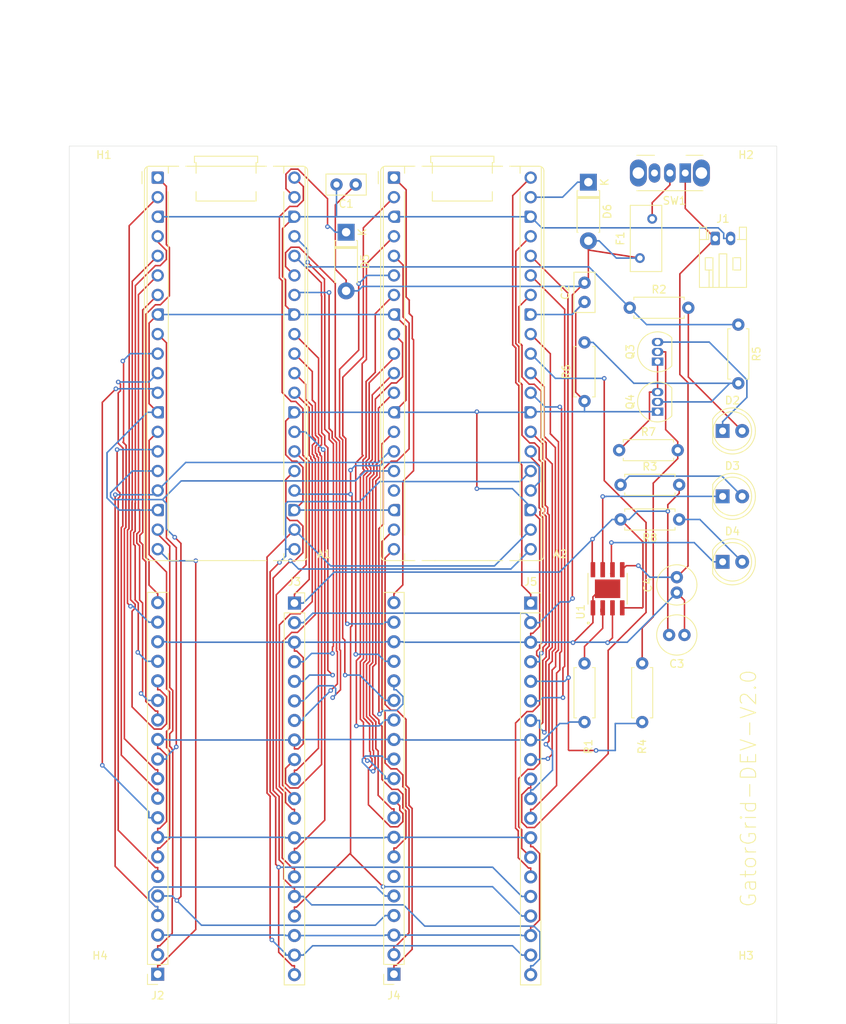
<source format=kicad_pcb>
(kicad_pcb (version 20241229) (generator "pcbnew") (generator_version "9.0")
  (layers (0 "F.Cu" signal) (2 "B.Cu" signal) (13 "F.Paste" user) (15 "B.Paste" user) (5 "F.SilkS" user "F.Silkscreen") (7 "B.SilkS" user "B.Silkscreen") (1 "F.Mask" user) (3 "B.Mask" user) (25 "Edge.Cuts" user))
  (net 0 "")
  (net 1 "GND")
  (net 2 "A_GPIO27")
  (net 3 "SCK")
  (net 4 "A_GPIO5")
  (net 5 "A_3V3(OUT)")
  (net 6 "A_GPIO2")
  (net 7 "Net-(A1-VSYS)")
  (net 8 "A_GPIO7")
  (net 9 "UART_RX")
  (net 10 "A_GPIO14")
  (net 11 "A_GPIO10")
  (net 12 "A_3V3_EN")
  (net 13 "A_GPIO0")
  (net 14 "A_GPIO6")
  (net 15 "TX-RX")
  (net 16 "A_GPIO26")
  (net 17 "A_RUN")
  (net 18 "CS")
  (net 19 "A_GPIO20")
  (net 20 "A_GPIO8")
  (net 21 "A-VBUS")
  (net 22 "A_GPIO3")
  (net 23 "RX-TX")
  (net 24 "A_GPIO4")
  (net 25 "A_ADC_VREF")
  (net 26 "A_GPIO1")
  (net 27 "A_GPIO9")
  (net 28 "A_GPIO21")
  (net 29 "UART_TX")
  (net 30 "A_GPIO11")
  (net 31 "A_GPIO22")
  (net 32 "A_GPIO28")
  (net 33 "A_GPIO15")
  (net 34 "B_GPIO7")
  (net 35 "B_GPIO6")
  (net 36 "B_GPIO27")
  (net 37 "B_GPIO5")
  (net 38 "B_RUN")
  (net 39 "B_GPIO14")
  (net 40 "B_ADC_VREF")
  (net 41 "B_GPIO4")
  (net 42 "B_GPIO26")
  (net 43 "B_GPIO13")
  (net 44 "B-VBUS")
  (net 45 "B_3V3(OUT)")
  (net 46 "B_GPIO1")
  (net 47 "B_GPIO28")
  (net 48 "B_GPIO2")
  (net 49 "B_GPIO10")
  (net 50 "B_GPIO0")
  (net 51 "Net-(A2-VSYS)")
  (net 52 "B_GPIO3")
  (net 53 "B_GPIO21")
  (net 54 "B_GPIO8")
  (net 55 "B_GPIO20")
  (net 56 "B_GPIO15")
  (net 57 "B_GPIO11")
  (net 58 "B_GPIO22")
  (net 59 "B_3V3_EN")
  (net 60 "B_GPIO9")
  (net 61 "VSYS")
  (net 62 "VBAT(+)")
  (net 63 "Net-(D2-K)")
  (net 64 "Net-(D2-A)")
  (net 65 "~{CHRG}")
  (net 66 "Net-(D3-A)")
  (net 67 "Net-(D4-A)")
  (net 68 "~{STDBY}")
  (net 69 "Net-(SW1-B)")
  (net 70 "Net-(Q3-E)")
  (net 71 "Net-(Q3-B)")
  (net 72 "Net-(Q4-B)")
  (net 73 "Net-(U1-PROG)")
  (footprint "Resistor_THT:R_Axial_DIN0207_L6.3mm_D2.5mm_P7.62mm_Horizontal" (layer "F.Cu") (at 224.5 61.62 90)
    (property "Reference" "R6")
    (property "Value" "1M")
  )
  (footprint "Resistor_THT:R_Axial_DIN0207_L6.3mm_D2.5mm_P7.62mm_Horizontal" (layer "F.Cu") (at 244.5 51.69 -90)
    (property "Reference" "R5")
    (property "Value" "10k")
  )
  (footprint "LED_THT:LED_D5.0mm" (layer "F.Cu") (at 242.46 82.5)
    (property "Reference" "D4")
    (property "Value" "LED")
  )
  (footprint "Resistor_THT:R_Axial_DIN0207_L6.3mm_D2.5mm_P7.62mm_Horizontal" (layer "F.Cu") (at 236.81 77 180)
    (property "Reference" "R8")
    (property "Value" "1k")
  )
  (footprint "Module:RaspberryPi_Pico_Common_THT" (layer "F.Cu") (at 169 32.6)
    (property "Reference" "A1")
    (property "Value" "A-RPICO-AP")
  )
  (footprint "Fuse:Fuse_BelFuse_0ZRE0005FF_L8.3mm_W3.8mm" (layer "F.Cu") (at 231.7 43.05 90)
    (property "Reference" "F1")
    (property "Value" "Polyfuse")
  )
  (footprint "Resistor_THT:R_Axial_DIN0207_L6.3mm_D2.5mm_P7.62mm_Horizontal" (layer "F.Cu") (at 230.38 49.5)
    (property "Reference" "R2")
    (property "Value" "470")
  )
  (footprint "Diode_THT:D_DO-41_SOD81_P7.62mm_Horizontal" (layer "F.Cu") (at 193.5 39.69 -90)
    (property "Reference" "D5")
    (property "Value" "SS34")
  )
  (footprint "Button_Switch_THT:SW_Slide_SPDT_Angled_CK_OS102011MA1Q" (layer "F.Cu") (at 237.6 32 180)
    (property "Reference" "SW1")
    (property "Value" "SW_SPST")
  )
  (footprint "Capacitor_THT:C_Radial_D5.0mm_H11.0mm_P2.00mm" (layer "F.Cu") (at 236.5 86.5 90)
    (property "Reference" "C4")
    (property "Value" "10uF")
  )
  (footprint "Capacitor_THT:C_Disc_D5.0mm_W2.5mm_P2.50mm" (layer "F.Cu") (at 224.5 48.75 90)
    (property "Reference" "C2")
    (property "Value" "100nF")
  )
  (footprint "Connector_PinSocket_2.54mm:PinSocket_1x20_P2.54mm_Vertical" (layer "F.Cu") (at 199.72 136.06 180)
    (property "Reference" "J4")
    (property "Value" "Conn_01x20_Pin")
  )
  (footprint "MountingHole:MountingHole_3.2mm_M3_ISO7380" (layer "F.Cu") (at 245.5 33.5)
    (property "Reference" "H2")
    (property "Value" "MountingHole_3.2mm_M3_ISO7380")
  )
  (footprint "Connector_PinSocket_2.54mm:PinSocket_1x20_P2.54mm_Vertical" (layer "F.Cu") (at 186.78 87.86)
    (property "Reference" "J3")
    (property "Value" "Conn_01x20_Pin")
  )
  (footprint "Connector_JST:JST_PH_S2B-PH-K_1x02_P2.00mm_Horizontal" (layer "F.Cu") (at 241.5 40.5)
    (property "Reference" "J1")
    (property "Value" "Battery-Connector")
  )
  (footprint "Capacitor_THT:C_Disc_D5.0mm_W2.5mm_P2.50mm" (layer "F.Cu") (at 194.75 33.5 180)
    (property "Reference" "C1")
    (property "Value" "100nF")
  )
  (footprint "Connector_PinSocket_2.54mm:PinSocket_1x20_P2.54mm_Vertical" (layer "F.Cu") (at 169 136.06 180)
    (property "Reference" "J2")
    (property "Value" "Conn_01x20_Pin")
  )
  (footprint "Resistor_THT:R_Axial_DIN0207_L6.3mm_D2.5mm_P7.62mm_Horizontal" (layer "F.Cu") (at 224.5 103.31 90)
    (property "Reference" "R1")
    (property "Value" "1.2k")
  )
  (footprint "Resistor_THT:R_Axial_DIN0207_L6.3mm_D2.5mm_P7.62mm_Horizontal" (layer "F.Cu") (at 229 68)
    (property "Reference" "R7")
    (property "Value" "1M")
  )
  (footprint "LED_THT:LED_D5.0mm" (layer "F.Cu") (at 242.46 65.5)
    (property "Reference" "D2")
    (property "Value" "POWER_LED")
  )
  (footprint "MountingHole:MountingHole_3.2mm_M3_ISO7380" (layer "F.Cu") (at 162 33.5)
    (property "Reference" "H1")
    (property "Value" "MountingHole_3.2mm_M3_ISO7380")
  )
  (footprint "LED_THT:LED_D5.0mm" (layer "F.Cu") (at 242.46 74)
    (property "Reference" "D3")
    (property "Value" "LED")
  )
  (footprint "Capacitor_THT:C_Radial_D5.0mm_H11.0mm_P2.00mm" (layer "F.Cu") (at 237.5 92 180)
    (property "Reference" "C3")
    (property "Value" "10uF")
  )
  (footprint "Diode_THT:D_DO-41_SOD81_P7.62mm_Horizontal" (layer "F.Cu") (at 225 33.19 -90)
    (property "Reference" "D6")
    (property "Value" "SS34")
  )
  (footprint "Package_TO_SOT_THT:TO-92_Inline" (layer "F.Cu") (at 234 56.5 90)
    (property "Reference" "Q3")
    (property "Value" "2N3904")
  )
  (footprint "Resistor_THT:R_Axial_DIN0207_L6.3mm_D2.5mm_P7.62mm_Horizontal" (layer "F.Cu") (at 229.19 72.5)
    (property "Reference" "R3")
    (property "Value" "1k")
  )
  (footprint "MountingHole:MountingHole_3.2mm_M3_ISO7380" (layer "F.Cu") (at 245.5 137.5)
    (property "Reference" "H3")
    (property "Value" "MountingHole_3.2mm_M3_ISO7380")
  )
  (footprint "Connector_PinSocket_2.54mm:PinSocket_1x20_P2.54mm_Vertical" (layer "F.Cu") (at 217.5 87.86)
    (property "Reference" "J5")
    (property "Value" "Conn_01x20_Pin")
  )
  (footprint "MountingHole:MountingHole_3.2mm_M3_ISO7380" (layer "F.Cu") (at 161.5 137.5)
    (property "Reference" "H4")
    (property "Value" "MountingHole_3.2mm_M3_ISO7380")
  )
  (footprint "TP4056:SOP127P600X175-9N" (layer "F.Cu") (at 227.5 86 90)
    (property "Reference" "U1")
    (property "Value" "TP4056")
  )
  (footprint "Module:RaspberryPi_Pico_Common_THT" (layer "F.Cu") (at 199.72 32.6)
    (property "Reference" "A2")
    (property "Value" "B-RPICO-STA")
  )
  (footprint "Package_TO_SOT_THT:TO-92_Inline" (layer "F.Cu") (at 234 63 90)
    (property "Reference" "Q4")
    (property "Value" "2N3904")
  )
  (footprint "Resistor_THT:R_Axial_DIN0207_L6.3mm_D2.5mm_P7.62mm_Horizontal" (layer "F.Cu") (at 232 103.31 90)
    (property "Reference" "R4")
    (property "Value" "10k")
  )
  (gr_line (start 225 42) (end 231.7 43.05) (stroke (width 0.2)) (layer "F.Cu") (net 61))
  (gr_line (start 225.5 83) (end 225.5 79.5) (stroke (width 0.2)) (layer "F.Cu") (net 21))
  (gr_line (start 228 80) (end 228 82.5) (stroke (width 0.2)) (layer "F.Cu") (net 68))
  (gr_line (start 226 107) (end 228.5 107) (stroke (width 0.2)) (layer "B.Cu") (net 45))
  (gr_line (start 228.5 103.5) (end 232 103.5) (stroke (width 0.2)) (layer "B.Cu") (net 45))
  (gr_line (start 228.5 107) (end 228.5 103.5) (stroke (width 0.2)) (layer "B.Cu") (net 45))
  (gr_rect (start 157.5 28.5) (end 249.5 142.5) (stroke (width 0.05)) (fill no) (layer "Edge.Cuts"))
  (gr_text "GatorGrid-DEV-V2.0" (at 247 127.5 90) (layer "F.SilkS") (effects (font (size 2 2) (thickness 0.125)) (justify left bottom)))
  (segment (start 223.3562 60.4762) (end 223.3562 49.8938) (width 0.2) (layer "F.Cu") (net 1))
  (segment (start 224.5 61.62) (end 223.3562 60.4762) (width 0.2) (layer "F.Cu") (net 1))
  (segment (start 218.6581 120.3813) (end 217.7685 119.4917) (width 0.2) (layer "F.Cu") (net 1))
  (segment (start 225.9211 86.7286) (end 225.595 87.0547) (width 0.2) (layer "F.Cu") (net 1))
  (segment (start 186.78 92.94) (end 186.78 94.0917) (width 0.2) (layer "F.Cu") (net 1))
  (segment (start 169 105.58) (end 169 106.7317) (width 0.2) (layer "F.Cu") (net 1))
  (segment (start 228.135 88.475) (end 228.135 92.365) (width 0.2) (layer "F.Cu") (net 1))
  (segment (start 167.8825 61.9625) (end 169 63.08) (width 0.2) (layer "F.Cu") (net 1))
  (segment (start 169 118.28) (end 169 117.1283) (width 0.2) (layer "F.Cu") (net 1))
  (segment (start 186.472 69.43) (end 187.0881 69.43) (width 0.2) (layer "F.Cu") (net 1))
  (segment (start 217.5 75.7821) (end 218.6708 76.9529) (width 0.2) (layer "F.Cu") (net 1))
  (segment (start 228.135 92.365) (end 227.5 93) (width 0.2) (layer "F.Cu") (net 1))
  (segment (start 217.5 129.8883) (end 217.7879 129.8883) (width 0.2) (layer "F.Cu") (net 1))
  (segment (start 187.9317 106.1302) (end 187.2702 106.7917) (width 0.2) (layer "F.Cu") (net 1))
  (segment (start 185.6472 64.2128) (end 185.6472 68.6052) (width 0.2) (layer "F.Cu") (net 1))
  (segment (start 217.5 131.04) (end 217.5 129.8883) (width 0.2) (layer "F.Cu") (net 1))
  (segment (start 185.629 45.8679) (end 185.629 49.229) (width 0.2) (layer "F.Cu") (net 1))
  (segment (start 167.8825 51.4975) (end 167.8825 61.9625) (width 0.2) (layer "F.Cu") (net 1))
  (segment (start 187.2702 106.7917) (end 186.78 106.7917) (width 0.2) (layer "F.Cu") (net 1))
  (segment (start 199.72 50.38) (end 201.2885 51.9485) (width 0.2) (layer "F.Cu") (net 1))
  (segment (start 217.5 92.94) (end 217.5 91.7883) (width 0.2) (layer "F.Cu") (net 1))
  (segment (start 210.5 73) (end 210.5 63) (width 0.2) (layer "F.Cu") (net 1))
  (segment (start 201.2885 51.9485) (end 201.2885 61.5115) (width 0.2) (layer "F.Cu") (net 1))
  (segment (start 218.6708 90.886) (end 217.7685 91.7883) (width 0.2) (layer "F.Cu") (net 1))
  (segment (start 217.7685 91.7883) (end 217.5 91.7883) (width 0.2) (layer "F.Cu") (net 1))
  (segment (start 217.5 75.78) (end 217.5 75.7821) (width 0.2) (layer "F.Cu") (net 1))
  (segment (start 169.2685 106.7317) (end 169 106.7317) (width 0.2) (layer "F.Cu") (net 1))
  (segment (start 225.595 87.0547) (end 225.595 88.475) (width 0.2) (layer "F.Cu") (net 1))
  (segment (start 217.7685 119.4917) (end 217.5 119.4917) (width 0.2) (layer "F.Cu") (net 1))
  (segment (start 225.595 88.475) (end 225.595 90.405) (width 0.2) (layer "F.Cu") (net 1))
  (segment (start 237.5 87.5) (end 237.5 92) (width 0.2) (layer "F.Cu") (net 1))
  (segment (start 169 117.1283) (end 169.2549 117.1283) (width 0.2) (layer "F.Cu") (net 1))
  (segment (start 217.5 118.34) (end 217.5 119.4917) (width 0.2) (layer "F.Cu") (net 1))
  (segment (start 169 50.38) (end 167.8825 51.4975) (width 0.2) (layer "F.Cu") (net 1))
  (segment (start 185.629 49.229) (end 186.78 50.38) (width 0.2) (layer "F.Cu") (net 1))
  (segment (start 170.1517 116.2315) (end 170.1517 107.6149) (width 0.2) (layer "F.Cu") (net 1))
  (segment (start 185.2273 39.2327) (end 185.2273 45.4662) (width 0.2) (layer "F.Cu") (net 1))
  (segment (start 186.78 94.0917) (end 187.0799 94.0917) (width 0.2) (layer "F.Cu") (net 1))
  (segment (start 187.0881 69.43) (end 187.882 70.2239) (width 0.2) (layer "F.Cu") (net 1))
  (segment (start 185.2273 45.4662) (end 185.629 45.8679) (width 0.2) (layer "F.Cu") (net 1))
  (segment (start 201.2885 61.5115) (end 199.72 63.08) (width 0.2) (layer "F.Cu") (net 1))
  (segment (start 218.6708 76.9529) (end 218.6708 90.886) (width 0.2) (layer "F.Cu") (net 1))
  (segment (start 217.7879 129.8883) (end 218.6581 129.0181) (width 0.2) (layer "F.Cu") (net 1))
  (segment (start 170.1517 107.6149) (end 169.2685 106.7317) (width 0.2) (layer "F.Cu") (net 1))
  (segment (start 187.882 70.2239) (end 187.882 74.678) (width 0.2) (layer "F.Cu") (net 1))
  (segment (start 187.882 74.678) (end 186.78 75.78) (width 0.2) (layer "F.Cu") (net 1))
  (segment (start 186.78 37.68) (end 185.2273 39.2327) (width 0.2) (layer "F.Cu") (net 1))
  (segment (start 226 86.7286) (end 225.9211 86.7286) (width 0.2) (layer "F.Cu") (net 1))
  (segment (start 187.0799 94.0917) (end 187.9317 94.9435) (width 0.2) (layer "F.Cu") (net 1))
  (segment (start 225.595 90.405) (end 223 93) (width 0.2) (layer "F.Cu") (net 1))
  (segment (start 185.6472 68.6052) (end 186.472 69.43) (width 0.2) (layer "F.Cu") (net 1))
  (segment (start 169.2549 117.1283) (end 170.1517 116.2315) (width 0.2) (layer "F.Cu") (net 1))
  (segment (start 186.78 63.08) (end 185.6472 64.2128) (width 0.2) (layer "F.Cu") (net 1))
  (segment (start 226 86.5) (end 226 86.7286) (width 0.2) (layer "F.Cu") (net 1))
  (segment (start 187.9317 94.9435) (end 187.9317 106.1302) (width 0.2) (layer "F.Cu") (net 1))
  (segment (start 218.6581 129.0181) (end 218.6581 120.3813) (width 0.2) (layer "F.Cu") (net 1))
  (segment (start 186.78 105.64) (end 186.78 106.7917) (width 0.2) (layer "F.Cu") (net 1))
  (segment (start 223.3562 49.8938) (end 224.5 48.75) (width 0.2) (layer "F.Cu") (net 1))
  (segment (start 236.5 86.5) (end 237.5 87.5) (width 0.2) (layer "F.Cu") (net 1))
  (via (at 210.5 63) (size 0.6) (drill 0.3) (layers "F.Cu" "B.Cu") (net 1))
  (via (at 210.5 73) (size 0.6) (drill 0.3) (layers "F.Cu" "B.Cu") (net 1))
  (via (at 223 93) (size 0.6) (drill 0.3) (layers "F.Cu" "B.Cu") (net 1))
  (via (at 227.5 93) (size 0.6) (drill 0.3) (layers "F.Cu" "B.Cu") (net 1))
  (segment (start 199.72 37.68) (end 192.25 37.68) (width 0.2) (layer "B.Cu") (net 1))
  (segment (start 200.9317 105.64) (end 200.8717 105.58) (width 0.2) (layer "B.Cu") (net 1))
  (segment (start 169 50.38) (end 186.78 50.38) (width 0.2) (layer "B.Cu") (net 1))
  (segment (start 186.2042 131.04) (end 185.6283 131.04) (width 0.2) (layer "B.Cu") (net 1))
  (segment (start 198.5683 92.88) (end 198.5083 92.94) (width 0.2) (layer "B.Cu") (net 1))
  (segment (start 185.5683 118.28) (end 185.6283 118.34) (width 0.2) (layer "B.Cu") (net 1))
  (segment (start 217.5 131.04) (end 216.3483 131.04) (width 0.2) (layer "B.Cu") (net 1))
  (segment (start 192.25 37.68) (end 186.78 37.68) (width 0.2) (layer "B.Cu") (net 1))
  (segment (start 162.4106 68.3274) (end 167.658 63.08) (width 0.2) (layer "B.Cu") (net 1))
  (segment (start 169 92.88) (end 170.1517 92.88) (width 0.2) (layer "B.Cu") (net 1))
  (segment (start 199.72 92.88) (end 200.8717 92.88) (width 0.2) (layer "B.Cu") (net 1))
  (segment (start 243.5 40.5) (end 242.5983 40.5) (width 0.2) (layer "B.Cu") (net 1))
  (segment (start 222.5 103.31) (end 224.5 103.31) (width 0.2) (layer "B.Cu") (net 1))
  (segment (start 192.25 33.5) (end 192.25 37.68) (width 0.2) (layer "B.Cu") (net 1))
  (segment (start 200.9317 92.94) (end 200.8717 92.88) (width 0.2) (layer "B.Cu") (net 1))
  (segment (start 198.5083 131.04) (end 198.5683 130.98) (width 0.2) (layer "B.Cu") (net 1))
  (segment (start 186.78 105.64) (end 187.9317 105.64) (width 0.2) (layer "B.Cu") (net 1))
  (segment (start 198.5083 118.34) (end 186.78 118.34) (width 0.2) (layer "B.Cu") (net 1))
  (segment (start 162.4106 74.2058) (end 162.4106 68.3274) (width 0.2) (layer "B.Cu") (net 1))
  (segment (start 217.5 92.94) (end 200.9317 92.94) (width 0.2) (layer "B.Cu") (net 1))
  (segment (start 217.5 105.64) (end 219.1395 105.64) (width 0.2) (layer "B.Cu") (net 1))
  (segment (start 199.72 92.88) (end 198.5683 92.88) (width 0.2) (layer "B.Cu") (net 1))
  (segment (start 198.5083 92.94) (end 186.78 92.94) (width 0.2) (layer "B.Cu") (net 1))
  (segment (start 199.72 50.38) (end 186.78 50.38) (width 0.2) (layer "B.Cu") (net 1))
  (segment (start 187.9917 105.58) (end 187.9317 105.64) (width 0.2) (layer "B.Cu") (net 1))
  (segment (start 167.658 63.08) (end 169 63.08) (width 0.2) (layer "B.Cu") (net 1))
  (segment (start 186.78 131.04) (end 198.5083 131.04) (width 0.2) (layer "B.Cu") (net 1))
  (segment (start 216.2883 118.28) (end 216.3483 118.34) (width 0.2) (layer "B.Cu") (net 1))
  (segment (start 242.5983 39.8237) (end 241.8944 39.1198) (width 0.2) (layer "B.Cu") (net 1))
  (segment (start 199.1442 130.98) (end 198.5683 130.98) (width 0.2) (layer "B.Cu") (net 1))
  (segment (start 199.1442 130.98) (end 199.72 130.98) (width 0.2) (layer "B.Cu") (net 1))
  (segment (start 219.1395 105.64) (end 221.2795 103.5) (width 0.2) (layer "B.Cu") (net 1))
  (segment (start 186.2042 131.04) (end 186.78 131.04) (width 0.2) (layer "B.Cu") (net 1))
  (segment (start 222.87 50.38) (end 224.5 48.75) (width 0.2) (layer "B.Cu") (net 1))
  (segment (start 186.78 37.68) (end 169 37.68) (width 0.2) (layer "B.Cu") (net 1))
  (segment (start 169 118.28) (end 185.5683 118.28) (width 0.2) (layer "B.Cu") (net 1))
  (segment (start 186.78 63.08) (end 199.72 63.08) (width 0.2) (layer "B.Cu") (net 1))
  (segment (start 221.2795 103.5) (end 222.31 103.5) (width 0.2) (layer "B.Cu") (net 1))
  (segment (start 224.5 63) (end 217.58 63) (width 0.2) (layer "B.Cu") (net 1))
  (segment (start 217.5 37.68) (end 199.72 37.68) (width 0.2) (layer "B.Cu") (net 1))
  (segment (start 185.5683 130.98) (end 185.6283 131.04) (width 0.2) (layer "B.Cu") (net 1))
  (segment (start 199.72 105.58) (end 200.8717 105.58) (width 0.2) (layer "B.Cu") (net 1))
  (segment (start 218.6517 92.94) (end 230.06 92.94) (width 0.2) (layer "B.Cu") (net 1))
  (segment (start 186.78 118.34) (end 185.6283 118.34) (width 0.2) (layer "B.Cu") (net 1))
  (segment (start 234 63) (end 224.5 63) (width 0.2) (layer "B.Cu") (net 1))
  (segment (start 199.72 130.98) (end 216.2883 130.98) (width 0.2) (layer "B.Cu") (net 1))
  (segment (start 169 130.98) (end 185.5683 130.98) (width 0.2) (layer "B.Cu") (net 1))
  (segment (start 199.72 118.28) (end 198.5683 118.28) (width 0.2) (layer "B.Cu") (net 1))
  (segment (start 163.9848 75.78) (end 162.4106 74.2058) (width 0.2) (layer "B.Cu") (net 1))
  (segment (start 169 75.78) (end 163.9848 75.78) (width 0.2) (layer "B.Cu") (net 1))
  (segment (start 230.06 92.94) (end 236.5 86.5) (width 0.2) (layer "B.Cu") (net 1))
  (segment (start 199.72 118.28) (end 216.2883 118.28) (width 0.2) (layer "B.Cu") (net 1))
  (segment (start 218.9398 39.1198) (end 217.5 37.68) (width 0.2) (layer "B.Cu") (net 1))
  (segment (start 242.5983 40.5) (end 242.5983 39.8237) (width 0.2) (layer "B.Cu") (net 1))
  (segment (start 217.5 118.34) (end 216.3483 118.34) (width 0.2) (layer "B.Cu") (net 1))
  (segment (start 198.5683 118.28) (end 198.5083 118.34) (width 0.2) (layer "B.Cu") (net 1))
  (segment (start 217.5 92.94) (end 218.6517 92.94) (width 0.2) (layer "B.Cu") (net 1))
  (segment (start 186.78 92.94) (end 170.2117 92.94) (width 0.2) (layer "B.Cu") (net 1))
  (segment (start 170.2117 105.64) (end 170.1517 105.58) (width 0.2) (layer "B.Cu") (net 1))
  (segment (start 215.122836 73) (end 210.5 73) (width 0.2) (layer "B.Cu") (net 1))
  (segment (start 170.2117 92.94) (end 170.1517 92.88) (width 0.2) (layer "B.Cu") (net 1))
  (segment (start 169 105.58) (end 170.1517 105.58) (width 0.2) (layer "B.Cu") (net 1))
  (segment (start 186.78 105.64) (end 170.2117 105.64) (width 0.2) (layer "B.Cu") (net 1))
  (segment (start 224.5 63) (end 224.5 61.62) (width 0.2) (layer "B.Cu") (net 1))
  (segment (start 217.5 75.377164) (end 215.122836 73) (width 0.2) (layer "B.Cu") (net 1))
  (segment (start 217.5 75.78) (end 217.5 75.377164) (width 0.2) (layer "B.Cu") (net 1))
  (segment (start 222.31 103.5) (end 222.5 103.31) (width 0.2) (layer "B.Cu") (net 1))
  (segment (start 217.58 63) (end 217.5 63.08) (width 0.2) (layer "B.Cu") (net 1))
  (segment (start 199.72 75.78) (end 186.78 75.78) (width 0.2) (layer "B.Cu") (net 1))
  (segment (start 216.2883 130.98) (end 216.3483 131.04) (width 0.2) (layer "B.Cu") (net 1))
  (segment (start 199.72 105.58) (end 187.9917 105.58) (width 0.2) (layer "B.Cu") (net 1))
  (segment (start 241.8944 39.1198) (end 218.9398 39.1198) (width 0.2) (layer "B.Cu") (net 1))
  (segment (start 217.5 63.08) (end 199.72 63.08) (width 0.2) (layer "B.Cu") (net 1))
  (segment (start 217.5 50.38) (end 222.87 50.38) (width 0.2) (layer "B.Cu") (net 1))
  (segment (start 217.5 105.64) (end 200.9317 105.64) (width 0.2) (layer "B.Cu") (net 1))
  (segment (start 189.9142 67.6792) (end 189.9142 68.1774) (width 0.2) (layer "F.Cu") (net 2))
  (segment (start 190.3081 108.8214) (end 187.2542 111.8753) (width 0.2) (layer "F.Cu") (net 2))
  (segment (start 190.1142 68.3774) (end 190.1142 68.6104) (width 0.2) (layer "F.Cu") (net 2))
  (segment (start 190.3081 68.8043) (end 190.3081 108.8214) (width 0.2) (layer "F.Cu") (net 2))
  (segment (start 189.9202 56.0602) (end 189.9202 65.8902) (width 0.2) (layer "F.Cu") (net 2))
  (segment (start 190.2669 67.3266) (end 190.2668 67.3266) (width 0.2) (layer "F.Cu") (net 2))
  (segment (start 190.3081 67.2854) (end 190.2669 67.3266) (width 0.2) (layer "F.Cu") (net 2))
  (segment (start 185.6283 109.3317) (end 186.78 108.18) (width 0.2) (layer "F.Cu") (net 2))
  (segment (start 189.9142 68.1774) (end 190.1142 68.3774) (width 0.2) (layer "F.Cu") (net 2))
  (segment (start 185.6283 111.2845) (end 185.6283 109.3317) (width 0.2) (layer "F.Cu") (net 2))
  (segment (start 190.1556 66.1256) (end 190.3081 66.2781) (width 0.2) (layer "F.Cu") (net 2))
  (segment (start 190.3081 66.2781) (end 190.3081 67.2854) (width 0.2) (layer "F.Cu") (net 2))
  (segment (start 190.1142 68.6104) (end 190.3081 68.8043) (width 0.2) (layer "F.Cu") (net 2))
  (segment (start 189.9202 65.8902) (end 190.1556 66.1256) (width 0.2) (layer "F.Cu") (net 2))
  (segment (start 190.1556 66.1256) (end 190.3081 66.2781) (width 0.2) (layer "F.Cu") (net 2))
  (segment (start 186.78 52.92) (end 189.9202 56.0602) (width 0.2) (layer "F.Cu") (net 2))
  (segment (start 186.2191 111.8753) (end 185.6283 111.2845) (width 0.2) (layer "F.Cu") (net 2))
  (segment (start 187.2542 111.8753) (end 186.2191 111.8753) (width 0.2) (layer "F.Cu") (net 2))
  (segment (start 190.2668 67.3266) (end 189.9142 67.6792) (width 0.2) (layer "F.Cu") (net 2))
  (segment (start 187.0469 127.3483) (end 194.0788 120.3164) (width 0.2) (layer "F.Cu") (net 3))
  (segment (start 194.2569 90.803) (end 194.2569 73.8898) (width 0.2) (layer "F.Cu") (net 3))
  (segment (start 194.0788 90.9811) (end 194.2569 90.803) (width 0.2) (layer "F.Cu") (net 3))
  (segment (start 194.0788 120.3164) (end 194.0788 120.4715) (width 0.2) (layer "F.Cu") (net 3))
  (segment (start 194.0788 70.5923) (end 194.0788 73.7117) (width 0.2) (layer "F.Cu") (net 3))
  (segment (start 186.78 127.3483) (end 187.0469 127.3483) (width 0.2) (layer "F.Cu") (net 3))
  (segment (start 186.78 128.5) (end 186.78 127.3483) (width 0.2) (layer "F.Cu") (net 3))
  (segment (start 194.0788 120.3164) (end 194.0788 90.9811) (width 0.2) (layer "F.Cu") (net 3))
  (segment (start 194.0788 120.4715) (end 198.2996 124.6923) (width 0.2) (layer "F.Cu") (net 3))
  (segment (start 194.2569 73.8898) (end 194.0788 73.7117) (width 0.2) (layer "F.Cu") (net 3))
  (via (at 194.0788 73.7117) (size 0.6) (drill 0.3) (layers "F.Cu" "B.Cu") (net 3))
  (via (at 198.2996 124.6923) (size 0.6) (drill 0.3) (layers "F.Cu" "B.Cu") (net 3))
  (via (at 194.0788 70.5923) (size 0.6) (drill 0.3) (layers "F.Cu" "B.Cu") (net 3))
  (segment (start 217.5 73.24) (end 218.6518 72.0882) (width 0.2) (layer "B.Cu") (net 3))
  (segment (start 212.5406 124.6923) (end 216.3483 128.5) (width 0.2) (layer "B.Cu") (net 3))
  (segment (start 186.78 73.24) (end 187.2517 73.7117) (width 0.2) (layer "B.Cu") (net 3))
  (segment (start 218.6518 70.2511) (end 217.9959 69.5952) (width 0.2) (layer "B.Cu") (net 3))
  (segment (start 187.2517 73.7117) (end 194.0788 73.7117) (width 0.2) (layer "B.Cu") (net 3))
  (segment (start 217.5 128.5) (end 216.3483 128.5) (width 0.2) (layer "B.Cu") (net 3))
  (segment (start 198.2996 124.6923) (end 212.5406 124.6923) (width 0.2) (layer "B.Cu") (net 3))
  (segment (start 217.9959 69.5952) (end 198.4262 69.5952) (width 0.2) (layer "B.Cu") (net 3))
  (segment (start 194.6651 70.006) (end 194.0788 70.5923) (width 0.2) (layer "B.Cu") (net 3))
  (segment (start 198.4262 69.5952) (end 198.0154 70.006) (width 0.2) (layer "B.Cu") (net 3))
  (segment (start 218.6518 72.0882) (end 218.6518 70.2511) (width 0.2) (layer "B.Cu") (net 3))
  (segment (start 198.0154 70.006) (end 194.6651 70.006) (width 0.2) (layer "B.Cu") (net 3))
  (segment (start 166.6776 79.0533) (end 166.6776 79.8841) (width 0.2) (layer "F.Cu") (net 4))
  (segment (start 167.3083 82.3282) (end 167.4525 82.4724) (width 0.2) (layer "F.Cu") (net 4))
  (segment (start 167.4525 82.4724) (end 167.4525 100.6287) (width 0.2) (layer "F.Cu") (net 4))
  (segment (start 167.0508 82.0707) (end 167.3083 82.3282) (width 0.2) (layer "F.Cu") (net 4))
  (segment (start 168.7121 101.8883) (end 169 101.8883) (width 0.2) (layer "F.Cu") (net 4))
  (segment (start 169 103.04) (end 169 101.8883) (width 0.2) (layer "F.Cu") (net 4))
  (segment (start 169 47.84) (end 167.0508 49.7892) (width 0.2) (layer "F.Cu") (net 4))
  (segment (start 167.4525 100.6287) (end 168.7121 101.8883) (width 0.2) (layer "F.Cu") (net 4))
  (segment (start 166.6776 79.8841) (end 167.0508 80.2573) (width 0.2) (layer "F.Cu") (net 4))
  (segment (start 167.0508 80.2573) (end 167.0508 82.0707) (width 0.2) (layer "F.Cu") (net 4))
  (segment (start 167.0508 78.6801) (end 166.6776 79.0533) (width 0.2) (layer "F.Cu") (net 4))
  (segment (start 167.3083 82.3282) (end 167.4525 82.4724) (width 0.2) (layer "F.Cu") (net 4))
  (segment (start 167.0508 49.7892) (end 167.0508 78.6801) (width 0.2) (layer "F.Cu") (net 4))
  (segment (start 190.3219 47.9732) (end 190.3219 65.7238) (width 0.2) (layer "F.Cu") (net 5))
  (segment (start 191.1253 67.6868) (end 191.1253 96.5873) (width 0.2) (layer "F.Cu") (net 5))
  (segment (start 190.7237 66.1256) (end 190.7237 67.2852) (width 0.2) (layer "F.Cu") (net 5))
  (segment (start 190.7237 67.2852) (end 191.1253 67.6868) (width 0.2) (layer "F.Cu") (net 5))
  (segment (start 190.2826 47.9339) (end 190.3219 47.9732) (width 0.2) (layer "F.Cu") (net 5))
  (segment (start 186.78 42.76) (end 190.2826 46.2626) (width 0.2) (layer "F.Cu") (net 5))
  (segment (start 191.1253 96.5873) (end 191.7493 97.2113) (width 0.2) (layer "F.Cu") (net 5))
  (segment (start 190.2826 46.2626) (end 190.2826 47.9339) (width 0.2) (layer "F.Cu") (net 5))
  (segment (start 190.3219 65.7238) (end 190.7237 66.1256) (width 0.2) (layer "F.Cu") (net 5))
  (via (at 191.7493 97.2113) (size 0.6) (drill 0.3) (layers "F.Cu" "B.Cu") (net 5))
  (segment (start 186.78 98.02) (end 187.9317 98.02) (width 0.2) (layer "B.Cu") (net 5))
  (segment (start 244.5 51.69) (end 232.57 51.69) (width 0.2) (layer "B.Cu") (net 5))
  (segment (start 186.78 42.76) (end 188.2122 44.1922) (width 0.2) (layer "B.Cu") (net 5))
  (segment (start 188.7404 97.2113) (end 187.9317 98.02) (width 0.2) (layer "B.Cu") (net 5))
  (segment (start 191.7493 97.2113) (end 188.7404 97.2113) (width 0.2) (layer "B.Cu") (net 5))
  (segment (start 232.57 51.69) (end 230.38 49.5) (width 0.2) (layer "B.Cu") (net 5))
  (segment (start 188.2122 44.1922) (end 225.0722 44.1922) (width 0.2) (layer "B.Cu") (net 5))
  (segment (start 225.0722 44.1922) (end 230.38 49.5) (width 0.2) (layer "B.Cu") (net 5))
  (segment (start 170.1251 43.2278) (end 169.3229 44.03) (width 0.2) (layer "F.Cu") (net 6))
  (segment (start 166.0706 74.8906) (end 166.0706 78.5243) (width 0.2) (layer "F.Cu") (net 6))
  (segment (start 166.0956 74.8656) (end 166.0706 74.8906) (width 0.2) (layer "F.Cu") (net 6))
  (segment (start 166.0956 46.6333) (end 166.0956 74.8656) (width 0.2) (layer "F.Cu") (net 6))
  (segment (start 166.0706 78.5243) (end 165.8742 78.7207) (width 0.2) (layer "F.Cu") (net 6))
  (segment (start 166.4707 87.8523) (end 166.4707 94.199) (width 0.2) (layer "F.Cu") (net 6))
  (segment (start 168.6989 44.03) (end 166.0956 46.6333) (width 0.2) (layer "F.Cu") (net 6))
  (segment (start 169 40.9349) (end 170.1251 42.06) (width 0.2) (layer "F.Cu") (net 6))
  (segment (start 165.8742 78.7207) (end 165.8742 80.2167) (width 0.2) (layer "F.Cu") (net 6))
  (segment (start 165.8742 80.2167) (end 166.0706 80.4131) (width 0.2) (layer "F.Cu") (net 6))
  (segment (start 166.4707 94.199) (end 166.4113 94.2584) (width 0.2) (layer "F.Cu") (net 6))
  (segment (start 166.0706 87.4522) (end 166.4707 87.8523) (width 0.2) (layer "F.Cu") (net 6))
  (segment (start 170.1251 42.06) (end 170.1251 43.2278) (width 0.2) (layer "F.Cu") (net 6))
  (segment (start 169 40.22) (end 169 40.9349) (width 0.2) (layer "F.Cu") (net 6))
  (segment (start 169.3229 44.03) (end 168.6989 44.03) (width 0.2) (layer "F.Cu") (net 6))
  (segment (start 166.0706 80.4131) (end 166.0706 87.4522) (width 0.2) (layer "F.Cu") (net 6))
  (via (at 166.4113 94.2584) (size 0.6) (drill 0.3) (layers "F.Cu" "B.Cu") (net 6))
  (segment (start 169 95.42) (end 167.5729 95.42) (width 0.2) (layer "B.Cu") (net 6))
  (segment (start 167.5729 95.42) (end 166.4113 94.2584) (width 0.2) (layer "B.Cu") (net 6))
  (segment (start 185.6783 34.0383) (end 186.78 35.14) (width 0.2) (layer "F.Cu") (net 7))
  (segment (start 191.0835 35.3454) (end 187.2364 31.4983) (width 0.2) (layer "F.Cu") (net 7))
  (segment (start 185.6783 32.1437) (end 185.6783 34.0383) (width 0.2) (layer "F.Cu") (net 7))
  (segment (start 187.2364 31.4983) (end 186.3237 31.4983) (width 0.2) (layer "F.Cu") (net 7))
  (segment (start 186.3237 31.4983) (end 185.6783 32.1437) (width 0.2) (layer "F.Cu") (net 7))
  (segment (start 191.0835 38.9693) (end 191.0835 35.3454) (width 0.2) (layer "F.Cu") (net 7))
  (via (at 191.0835 38.9693) (size 0.6) (drill 0.3) (layers "F.Cu" "B.Cu") (net 7))
  (segment (start 192.0983 39.69) (end 191.353 38.9447) (width 0.2) (layer "B.Cu") (net 7))
  (segment (start 191.353 38.9447) (end 191.0573 38.9447) (width 0.2) (layer "B.Cu") (net 7))
  (segment (start 193.5 39.69) (end 192.0983 39.69) (width 0.2) (layer "B.Cu") (net 7))
  (segment (start 191.0573 38.9447) (end 191.0589 38.9447) (width 0.2) (layer "B.Cu") (net 7))
  (segment (start 191.0589 38.9447) (end 191.0835 38.9693) (width 0.2) (layer "B.Cu") (net 7))
  (segment (start 164.8905 67.3618) (end 164.8905 74.3667) (width 0.2) (layer "F.Cu") (net 8))
  (segment (start 164.5619 56.5193) (end 164.4638 56.4212) (width 0.2) (layer "F.Cu") (net 8))
  (segment (start 164.6551 67.1264) (end 164.4888 66.9601) (width 0.2) (layer "F.Cu") (net 8))
  (segment (start 164.6691 105.4653) (end 168.7121 109.5083) (width 0.2) (layer "F.Cu") (net 8))
  (segment (start 164.4888 66.9601) (end 164.5619 66.887) (width 0.2) (layer "F.Cu") (net 8))
  (segment (start 164.6551 67.1264) (end 164.8905 67.3618) (width 0.2) (layer "F.Cu") (net 8))
  (segment (start 164.8905 74.3667) (end 164.8655 74.3917) (width 0.2) (layer "F.Cu") (net 8))
  (segment (start 164.8655 74.3917) (end 164.8655 78.0254) (width 0.2) (layer "F.Cu") (net 8))
  (segment (start 164.5619 66.887) (end 164.5619 56.5193) (width 0.2) (layer "F.Cu") (net 8))
  (segment (start 164.6551 67.1264) (end 164.4888 66.9601) (width 0.2) (layer "F.Cu") (net 8))
  (segment (start 168.7121 109.5083) (end 169 109.5083) (width 0.2) (layer "F.Cu") (net 8))
  (segment (start 164.8655 78.0254) (end 164.6691 78.2218) (width 0.2) (layer "F.Cu") (net 8))
  (segment (start 164.6691 78.2218) (end 164.6691 105.4653) (width 0.2) (layer "F.Cu") (net 8))
  (segment (start 169 110.66) (end 169 109.5083) (width 0.2) (layer "F.Cu") (net 8))
  (via (at 164.4638 56.4212) (size 0.6) (drill 0.3) (layers "F.Cu" "B.Cu") (net 8))
  (segment (start 164.4638 56.4212) (end 165.425 55.46) (width 0.2) (layer "B.Cu") (net 8))
  (segment (start 165.425 55.46) (end 169 55.46) (width 0.2) (layer "B.Cu") (net 8))
  (segment (start 163.464 73.8047) (end 163.464 122.0402) (width 0.2) (layer "F.Cu") (net 9))
  (segment (start 168.7121 127.2883) (end 169 127.2883) (width 0.2) (layer "F.Cu") (net 9))
  (segment (start 163.4854 73.7833) (end 163.464 73.8047) (width 0.2) (layer "F.Cu") (net 9))
  (segment (start 169 128.44) (end 169 127.2883) (width 0.2) (layer "F.Cu") (net 9))
  (segment (start 163.464 122.0402) (end 168.7121 127.2883) (width 0.2) (layer "F.Cu") (net 9))
  (via (at 163.4854 73.7833) (size 0.6) (drill 0.3) (layers "F.Cu" "B.Cu") (net 9))
  (segment (start 168.5016 124.7373) (end 197.4056 124.7373) (width 0.2) (layer "B.Cu") (net 9))
  (segment (start 199.1521 68.16) (end 197.7169 69.5952) (width 0.2) (layer "B.Cu") (net 9))
  (segment (start 167.8395 126.4157) (end 167.8395 125.3994) (width 0.2) (layer "B.Cu") (net 9))
  (segment (start 167.8395 125.3994) (end 168.5016 124.7373) (width 0.2) (layer "B.Cu") (net 9))
  (segment (start 199.72 125.9) (end 198.5683 125.9) (width 0.2) (layer "B.Cu") (net 9))
  (segment (start 197.4056 124.7373) (end 198.5683 125.9) (width 0.2) (layer "B.Cu") (net 9))
  (segment (start 169 128.44) (end 169 127.2883) (width 0.2) (layer "B.Cu") (net 9))
  (segment (start 163.4854 73.7833) (end 168.4567 73.7833) (width 0.2) (layer "B.Cu") (net 9))
  (segment (start 199.72 68.16) (end 199.1521 68.16) (width 0.2) (layer "B.Cu") (net 9))
  (segment (start 168.4567 73.7833) (end 169 73.24) (width 0.2) (layer "B.Cu") (net 9))
  (segment (start 197.7169 69.5952) (end 172.6448 69.5952) (width 0.2) (layer "B.Cu") (net 9))
  (segment (start 168.7121 127.2883) (end 167.8395 126.4157) (width 0.2) (layer "B.Cu") (net 9))
  (segment (start 172.6448 69.5952) (end 169 73.24) (width 0.2) (layer "B.Cu") (net 9))
  (segment (start 169 127.2883) (end 168.7121 127.2883) (width 0.2) (layer "B.Cu") (net 9))
  (segment (start 169 133.52) (end 169 132.3683) (width 0.2) (layer "F.Cu") (net 10))
  (segment (start 169 78.8879) (end 170.5642 80.4521) (width 0.2) (layer "F.Cu") (net 10))
  (segment (start 170.7197 106.6018) (end 170.5642 106.4463) (width 0.2) (layer "F.Cu") (net 10))
  (segment (start 170.7197 106.6018) (end 170.8156 106.6977) (width 0.2) (layer "F.Cu") (net 10))
  (segment (start 169.2685 132.3683) (end 169 132.3683) (width 0.2) (layer "F.Cu") (net 10))
  (segment (start 170.9551 126.1755) (end 170.8854 126.2452) (width 0.2) (layer "F.Cu") (net 10))
  (segment (start 170.9551 104.4409) (end 170.9551 99.2172) (width 0.2) (layer "F.Cu") (net 10))
  (segment (start 170.7197 106.6018) (end 170.5642 106.4463) (width 0.2) (layer "F.Cu") (net 10))
  (segment (start 170.5642 104.8318) (end 170.9551 104.4409) (width 0.2) (layer "F.Cu") (net 10))
  (segment (start 170.8156 106.6977) (end 170.8156 106.7856) (width 0.2) (layer "F.Cu") (net 10))
  (segment (start 170.8854 130.7514) (end 169.2685 132.3683) (width 0.2) (layer "F.Cu") (net 10))
  (segment (start 169 78.32) (end 169 78.8879) (width 0.2) (layer "F.Cu") (net 10))
  (segment (start 170.9551 106.9251) (end 170.9551 126.1755) (width 0.2) (layer "F.Cu") (net 10))
  (segment (start 170.5642 106.4463) (end 170.5642 104.8318) (width 0.2) (layer "F.Cu") (net 10))
  (segment (start 170.9551 99.2172) (end 170.7197 98.9818) (width 0.2) (layer "F.Cu") (net 10))
  (segment (start 170.5642 80.4521) (end 170.5642 98.8263) (width 0.2) (layer "F.Cu") (net 10))
  (segment (start 170.8854 126.2452) (end 170.8854 130.7514) (width 0.2) (layer "F.Cu") (net 10))
  (segment (start 170.7197 98.9818) (end 170.5642 98.8263) (width 0.2) (layer "F.Cu") (net 10))
  (segment (start 170.7197 98.9818) (end 170.5642 98.8263) (width 0.2) (layer "F.Cu") (net 10))
  (segment (start 170.8156 106.7856) (end 170.9551 106.9251) (width 0.2) (layer "F.Cu") (net 10))
  (segment (start 170.4139 106.864) (end 170.4139 106.9519) (width 0.2) (layer "F.Cu") (net 11))
  (segment (start 167.8874 66.7326) (end 169 65.62) (width 0.2) (layer "F.Cu") (net 11))
  (segment (start 170.318 106.7681) (end 170.1517 106.6018) (width 0.2) (layer "F.Cu") (net 11))
  (segment (start 170.318 106.7681) (end 170.1517 106.6018) (width 0.2) (layer "F.Cu") (net 11))
  (segment (start 170.318 106.7681) (end 170.4139 106.864) (width 0.2) (layer "F.Cu") (net 11))
  (segment (start 169.288 119.6683) (end 169 119.6683) (width 0.2) (layer "F.Cu") (net 11))
  (segment (start 170.1517 106.6018) (end 170.1517 104.519) (width 0.2) (layer "F.Cu") (net 11))
  (segment (start 170.5534 104.1173) (end 170.5534 99.3835) (width 0.2) (layer "F.Cu") (net 11))
  (segment (start 170.5534 99.3835) (end 170.318 99.1481) (width 0.2) (layer "F.Cu") (net 11))
  (segment (start 170.5534 107.0914) (end 170.5534 118.4029) (width 0.2) (layer "F.Cu") (net 11))
  (segment (start 170.318 99.1481) (end 170.1517 98.9818) (width 0.2) (layer "F.Cu") (net 11))
  (segment (start 170.1517 98.9818) (end 170.1517 83.8354) (width 0.2) (layer "F.Cu") (net 11))
  (segment (start 170.318 99.1481) (end 170.1517 98.9818) (width 0.2) (layer "F.Cu") (net 11))
  (segment (start 170.4139 106.9519) (end 170.5534 107.0914) (width 0.2) (layer "F.Cu") (net 11))
  (segment (start 170.5534 118.4029) (end 169.288 119.6683) (width 0.2) (layer "F.Cu") (net 11))
  (segment (start 169 120.82) (end 169 119.6683) (width 0.2) (layer "F.Cu") (net 11))
  (segment (start 167.8874 81.5711) (end 167.8874 66.7326) (width 0.2) (layer "F.Cu") (net 11))
  (segment (start 170.1517 104.519) (end 170.5534 104.1173) (width 0.2) (layer "F.Cu") (net 11))
  (segment (start 170.1517 83.8354) (end 167.8874 81.5711) (width 0.2) (layer "F.Cu") (net 11))
  (segment (start 190.7236 65.2765) (end 190.7236 47.8069) (width 0.2) (layer "F.Cu") (net 12))
  (segment (start 191.8483 93.4467) (end 191.8483 67.1569) (width 0.2) (layer "F.Cu") (net 12))
  (segment (start 190.7236 47.8069) (end 190.6843 47.7676) (width 0.2) (layer "F.Cu") (net 12))
  (segment (start 191.286 66.5946) (end 191.286 65.8389) (width 0.2) (layer "F.Cu") (net 12))
  (segment (start 191.727 93.568) (end 191.8483 93.4467) (width 0.2) (layer "F.Cu") (net 12))
  (segment (start 191.727 94.3939) (end 191.727 93.568) (width 0.2) (layer "F.Cu") (net 12))
  (segment (start 190.6843 45.7882) (end 188.4866 43.5905) (width 0.2) (layer "F.Cu") (net 12))
  (segment (start 190.6843 47.7676) (end 190.6843 45.7882) (width 0.2) (layer "F.Cu") (net 12))
  (segment (start 191.286 65.8389) (end 190.7236 65.2765) (width 0.2) (layer "F.Cu") (net 12))
  (segment (start 191.8483 67.1569) (end 191.286 66.5946) (width 0.2) (layer "F.Cu") (net 12))
  (via (at 188.4866 43.5905) (size 0.6) (drill 0.3) (layers "F.Cu" "B.Cu") (net 12))
  (via (at 191.727 94.3939) (size 0.6) (drill 0.3) (layers "F.Cu" "B.Cu") (net 12))
  (segment (start 186.78 40.22) (end 188.4866 41.9266) (width 0.2) (layer "B.Cu") (net 12))
  (segment (start 188.4866 41.9266) (end 188.4866 43.5905) (width 0.2) (layer "B.Cu") (net 12))
  (segment (start 186.78 95.48) (end 187.9317 95.48) (width 0.2) (layer "B.Cu") (net 12))
  (segment (start 187.9317 95.48) (end 189.0178 94.3939) (width 0.2) (layer "B.Cu") (net 12))
  (segment (start 189.0178 94.3939) (end 191.727 94.3939) (width 0.2) (layer "B.Cu") (net 12))
  (segment (start 168.6976 49.1127) (end 167.4746 50.3357) (width 0.2) (layer "F.Cu") (net 13))
  (segment (start 170.5268 41.6935) (end 170.5268 47.9376) (width 0.2) (layer "F.Cu") (net 13))
  (segment (start 169 87.8) (end 169 86.6483) (width 0.2) (layer "F.Cu") (net 13))
  (segment (start 167.4746 50.3357) (end 167.4746 81.9265) (width 0.2) (layer "F.Cu") (net 13))
  (segment (start 167.8748 82.3267) (end 167.8748 85.5231) (width 0.2) (layer "F.Cu") (net 13))
  (segment (start 170.1251 41.2918) (end 170.1251 33.7251) (width 0.2) (layer "F.Cu") (net 13))
  (segment (start 167.71 82.1619) (end 167.8748 82.3267) (width 0.2) (layer "F.Cu") (net 13))
  (segment (start 170.2914 41.4581) (end 170.1251 41.2918) (width 0.2) (layer "F.Cu") (net 13))
  (segment (start 169.3517 49.1127) (end 168.6976 49.1127) (width 0.2) (layer "F.Cu") (net 13))
  (segment (start 170.1251 33.7251) (end 169 32.6) (width 0.2) (layer "F.Cu") (net 13))
  (segment (start 167.71 82.1619) (end 167.8748 82.3267) (width 0.2) (layer "F.Cu") (net 13))
  (segment (start 170.5268 47.9376) (end 169.3517 49.1127) (width 0.2) (layer "F.Cu") (net 13))
  (segment (start 167.4746 81.9265) (end 167.71 82.1619) (width 0.2) (layer "F.Cu") (net 13))
  (segment (start 167.8748 85.5231) (end 169 86.6483) (width 0.2) (layer "F.Cu") (net 13))
  (segment (start 170.2914 41.4581) (end 170.1251 41.2918) (width 0.2) (layer "F.Cu") (net 13))
  (segment (start 170.2914 41.4581) (end 170.5268 41.6935) (width 0.2) (layer "F.Cu") (net 13))
  (segment (start 169 52.92) (end 170.1347 54.0547) (width 0.2) (layer "F.Cu") (net 14))
  (segment (start 170.1347 79.384) (end 171.4173 80.6666) (width 0.2) (layer "F.Cu") (net 14))
  (segment (start 170.1347 54.0547) (end 170.1347 79.384) (width 0.2) (layer "F.Cu") (net 14))
  (segment (start 171.4173 80.6666) (end 171.4173 106.5365) (width 0.2) (layer "F.Cu") (net 14))
  (via (at 171.4173 106.5365) (size 0.6) (drill 0.3) (layers "F.Cu" "B.Cu") (net 14))
  (segment (start 170.1517 108.12) (end 170.1517 107.8021) (width 0.2) (layer "B.Cu") (net 14))
  (segment (start 169 108.12) (end 170.1517 108.12) (width 0.2) (layer "B.Cu") (net 14))
  (segment (start 170.1517 107.8021) (end 171.4173 106.5365) (width 0.2) (layer "B.Cu") (net 14))
  (segment (start 185.3944 121.8041) (end 185.3944 123.6912) (width 0.2) (layer "F.Cu") (net 15))
  (segment (start 187.8817 77.8454) (end 187.1669 77.1306) (width 0.2) (layer "F.Cu") (net 15))
  (segment (start 185.6645 76.6134) (end 185.6645 71.8155) (width 0.2) (layer "F.Cu") (net 15))
  (segment (start 184.7883 112.9695) (end 184.7883 121.198) (width 0.2) (layer "F.Cu") (net 15))
  (segment (start 187.8817 81.3223) (end 187.8817 77.8454) (width 0.2) (layer "F.Cu") (net 15))
  (segment (start 186.256 82.3653) (end 186.8387 82.3653) (width 0.2) (layer "F.Cu") (net 15))
  (segment (start 185.6645 71.8155) (end 186.78 70.7) (width 0.2) (layer "F.Cu") (net 15))
  (segment (start 186.256 82.3653) (end 184.0215 84.5998) (width 0.2) (layer "F.Cu") (net 15))
  (segment (start 186.5115 124.8083) (end 186.78 124.8083) (width 0.2) (layer "F.Cu") (net 15))
  (segment (start 186.78 125.96) (end 186.78 124.8083) (width 0.2) (layer "F.Cu") (net 15))
  (segment (start 187.1669 77.1306) (end 186.1817 77.1306) (width 0.2) (layer "F.Cu") (net 15))
  (segment (start 184.0215 112.2027) (end 184.7883 112.9695) (width 0.2) (layer "F.Cu") (net 15))
  (segment (start 186.1817 77.1306) (end 185.6645 76.6134) (width 0.2) (layer "F.Cu") (net 15))
  (segment (start 184.0215 84.5998) (end 184.0215 112.2027) (width 0.2) (layer "F.Cu") (net 15))
  (segment (start 185.3944 123.6912) (end 186.5115 124.8083) (width 0.2) (layer "F.Cu") (net 15))
  (segment (start 184.7883 121.198) (end 185.3944 121.8041) (width 0.2) (layer "F.Cu") (net 15))
  (segment (start 186.8387 82.3653) (end 187.8817 81.3223) (width 0.2) (layer "F.Cu") (net 15))
  (via (at 186.256 82.3653) (size 0.6) (drill 0.3) (layers "F.Cu" "B.Cu") (net 15))
  (segment (start 186.78 125.96) (end 187.9317 125.96) (width 0.2) (layer "B.Cu") (net 15))
  (segment (start 186.256 82.3653) (end 187.3257 83.435) (width 0.2) (layer "B.Cu") (net 15))
  (segment (start 189.0248 127.0531) (end 187.9317 125.96) (width 0.2) (layer "B.Cu") (net 15))
  (segment (start 203.7271 129.8155) (end 200.9647 127.0531) (width 0.2) (layer "B.Cu") (net 15))
  (segment (start 217.7879 134.9683) (end 218.6999 134.0563) (width 0.2) (layer "B.Cu") (net 15))
  (segment (start 218.6999 130.582) (end 217.9334 129.8155) (width 0.2) (layer "B.Cu") (net 15))
  (segment (start 217.5 134.9683) (end 217.7879 134.9683) (width 0.2) (layer "B.Cu") (net 15))
  (segment (start 200.9647 127.0531) (end 189.0248 127.0531) (width 0.2) (layer "B.Cu") (net 15))
  (segment (start 217.5 136.12) (end 217.5 134.9683) (width 0.2) (layer "B.Cu") (net 15))
  (segment (start 187.3257 83.435) (end 214.925 83.435) (width 0.2) (layer "B.Cu") (net 15))
  (segment (start 217.9334 129.8155) (end 203.7271 129.8155) (width 0.2) (layer "B.Cu") (net 15))
  (segment (start 218.6999 134.0563) (end 218.6999 130.582) (width 0.2) (layer "B.Cu") (net 15))
  (segment (start 214.925 83.435) (end 217.5 80.86) (width 0.2) (layer "B.Cu") (net 15))
  (segment (start 189.9064 68.9706) (end 189.9064 106.7085) (width 0.2) (layer "F.Cu") (net 16))
  (segment (start 189.5185 65.8377) (end 189.5047 65.8239) (width 0.2) (layer "F.Cu") (net 16))
  (segment (start 189.9064 67.119) (end 189.5125 67.5129) (width 0.2) (layer "F.Cu") (net 16))
  (segment (start 189.5185 66.0565) (end 189.7539 66.2919) (width 0.2) (layer "F.Cu") (net 16))
  (segment (start 186.78 55.46) (end 189.103 57.783) (width 0.2) (layer "F.Cu") (net 16))
  (segment (start 189.103 57.783) (end 189.103 61.4874) (width 0.2) (layer "F.Cu") (net 16))
  (segment (start 189.2693 61.6537) (end 189.103 61.4874) (width 0.2) (layer "F.Cu") (net 16))
  (segment (start 187.0466 109.5683) (end 186.78 109.5683) (width 0.2) (layer "F.Cu") (net 16))
  (segment (start 189.9064 66.4444) (end 189.9064 67.119) (width 0.2) (layer "F.Cu") (net 16))
  (segment (start 189.5047 65.8239) (end 189.5047 61.8891) (width 0.2) (layer "F.Cu") (net 16))
  (segment (start 186.78 110.72) (end 186.78 109.5683) (width 0.2) (layer "F.Cu") (net 16))
  (segment (start 189.7539 66.2919) (end 189.9064 66.4444) (width 0.2) (layer "F.Cu") (net 16))
  (segment (start 189.9064 106.7085) (end 187.0466 109.5683) (width 0.2) (layer "F.Cu") (net 16))
  (segment (start 189.5125 67.5129) (end 189.5125 68.3437) (width 0.2) (layer "F.Cu") (net 16))
  (segment (start 189.5185 65.8377) (end 189.5185 66.0565) (width 0.2) (layer "F.Cu") (net 16))
  (segment (start 189.5185 65.8377) (end 189.5047 65.8239) (width 0.2) (layer "F.Cu") (net 16))
  (segment (start 189.5047 61.8891) (end 189.2693 61.6537) (width 0.2) (layer "F.Cu") (net 16))
  (segment (start 189.7125 68.5437) (end 189.7125 68.7767) (width 0.2) (layer "F.Cu") (net 16))
  (segment (start 189.7125 68.7767) (end 189.9064 68.9706) (width 0.2) (layer "F.Cu") (net 16))
  (segment (start 189.5125 68.3437) (end 189.7125 68.5437) (width 0.2) (layer "F.Cu") (net 16))
  (segment (start 189.7539 66.2919) (end 189.9064 66.4444) (width 0.2) (layer "F.Cu") (net 16))
  (segment (start 189.2693 61.6537) (end 189.103 61.4874) (width 0.2) (layer "F.Cu") (net 16))
  (segment (start 189.3108 68.71) (end 189.3108 68.943) (width 0.2) (layer "F.Cu") (net 17))
  (segment (start 189.5047 66.9527) (end 189.1108 67.3466) (width 0.2) (layer "F.Cu") (net 17))
  (segment (start 188.2198 59.4398) (end 186.78 58) (width 0.2) (layer "F.Cu") (net 17))
  (segment (start 189.3108 68.943) (end 189.5047 69.1369) (width 0.2) (layer "F.Cu") (net 17))
  (segment (start 189.3522 66.4582) (end 189.5047 66.6107) (width 0.2) (layer "F.Cu") (net 17))
  (segment (start 187.1757 91.67) (end 186.4201 91.67) (width 0.2) (layer "F.Cu") (net 17))
  (segment (start 185.2266 92.8635) (end 185.2266 111.5044) (width 0.2) (layer "F.Cu") (net 17))
  (segment (start 189.103 65.9902) (end 189.103 62.2556) (width 0.2) (layer "F.Cu") (net 17))
  (segment (start 189.1168 66.004) (end 189.1168 66.2228) (width 0.2) (layer "F.Cu") (net 17))
  (segment (start 188.2198 61.3724) (end 188.2198 59.4398) (width 0.2) (layer "F.Cu") (net 17))
  (segment (start 189.5047 89.341) (end 187.1757 91.67) (width 0.2) (layer "F.Cu") (net 17))
  (segment (start 189.5047 69.1369) (end 189.5047 89.341) (width 0.2) (layer "F.Cu") (net 17))
  (segment (start 189.1168 66.004) (end 189.103 65.9902) (width 0.2) (layer "F.Cu") (net 17))
  (segment (start 189.1108 67.3466) (end 189.1108 68.51) (width 0.2) (layer "F.Cu") (net 17))
  (segment (start 189.5047 66.6107) (end 189.5047 66.9527) (width 0.2) (layer "F.Cu") (net 17))
  (segment (start 185.2266 111.5044) (end 186.78 113.0578) (width 0.2) (layer "F.Cu") (net 17))
  (segment (start 186.4201 91.67) (end 185.2266 92.8635) (width 0.2) (layer "F.Cu") (net 17))
  (segment (start 189.1168 66.004) (end 189.103 65.9902) (width 0.2) (layer "F.Cu") (net 17))
  (segment (start 186.78 113.0578) (end 186.78 113.26) (width 0.2) (layer "F.Cu") (net 17))
  (segment (start 189.103 62.2556) (end 188.2198 61.3724) (width 0.2) (layer "F.Cu") (net 17))
  (segment (start 189.3522 66.4582) (end 189.5047 66.6107) (width 0.2) (layer "F.Cu") (net 17))
  (segment (start 189.1108 68.51) (end 189.3108 68.71) (width 0.2) (layer "F.Cu") (net 17))
  (segment (start 189.1168 66.2228) (end 189.3522 66.4582) (width 0.2) (layer "F.Cu") (net 17))
  (segment (start 183.6198 131.3846) (end 183.8459 131.6107) (width 0.2) (layer "F.Cu") (net 18))
  (segment (start 183.4535 112.7729) (end 183.6198 112.9392) (width 0.2) (layer "F.Cu") (net 18))
  (segment (start 183.2181 112.5375) (end 183.4535 112.7729) (width 0.2) (layer "F.Cu") (net 18))
  (segment (start 183.2181 81.8819) (end 183.2181 112.5375) (width 0.2) (layer "F.Cu") (net 18))
  (segment (start 186.78 78.32) (end 183.2181 81.8819) (width 0.2) (layer "F.Cu") (net 18))
  (segment (start 183.4535 112.7729) (end 183.6198 112.9392) (width 0.2) (layer "F.Cu") (net 18))
  (segment (start 183.6198 112.9392) (end 183.6198 131.3846) (width 0.2) (layer "F.Cu") (net 18))
  (via (at 183.8459 131.6107) (size 0.6) (drill 0.3) (layers "F.Cu" "B.Cu") (net 18))
  (segment (start 186.78 78.32) (end 191.4933 83.0333) (width 0.2) (layer "B.Cu") (net 18))
  (segment (start 187.3328 133.58) (end 187.9317 133.58) (width 0.2) (layer "B.Cu") (net 18))
  (segment (start 185.6283 133.58) (end 185.6283 133.3931) (width 0.2) (layer "B.Cu") (net 18))
  (segment (start 187.3328 133.58) (end 186.78 133.58) (width 0.2) (layer "B.Cu") (net 18))
  (segment (start 191.4933 83.0333) (end 212.7867 83.0333) (width 0.2) (layer "B.Cu") (net 18))
  (segment (start 186.78 133.58) (end 185.6283 133.58) (width 0.2) (layer "B.Cu") (net 18))
  (segment (start 212.7867 83.0333) (end 217.5 78.32) (width 0.2) (layer "B.Cu") (net 18))
  (segment (start 217.5 133.58) (end 216.3483 133.58) (width 0.2) (layer "B.Cu") (net 18))
  (segment (start 215.1322 132.3639) (end 189.1478 132.3639) (width 0.2) (layer "B.Cu") (net 18))
  (segment (start 185.6283 133.3931) (end 183.8459 131.6107) (width 0.2) (layer "B.Cu") (net 18))
  (segment (start 216.3483 133.58) (end 215.1322 132.3639) (width 0.2) (layer "B.Cu") (net 18))
  (segment (start 189.1478 132.3639) (end 187.9317 133.58) (width 0.2) (layer "B.Cu") (net 18))
  (segment (start 186.78 123.42) (end 186.78 122.2683) (width 0.2) (layer "F.Cu") (net 19))
  (segment (start 184.4232 111.8906) (end 185.0603 112.5277) (width 0.2) (layer "F.Cu") (net 19))
  (segment (start 184.4232 86.7759) (end 184.4232 111.8906) (width 0.2) (layer "F.Cu") (net 19))
  (segment (start 188.2892 82.9099) (end 184.4232 86.7759) (width 0.2) (layer "F.Cu") (net 19))
  (segment (start 185.0603 112.5277) (end 185.1922 112.6596) (width 0.2) (layer "F.Cu") (net 19))
  (segment (start 186.78 68.16) (end 188.2892 69.6692) (width 0.2) (layer "F.Cu") (net 19))
  (segment (start 185.1922 112.6596) (end 185.1922 120.9663) (width 0.2) (layer "F.Cu") (net 19))
  (segment (start 185.1922 120.9663) (end 186.4942 122.2683) (width 0.2) (layer "F.Cu") (net 19))
  (segment (start 188.2892 69.6692) (end 188.2892 82.9099) (width 0.2) (layer "F.Cu") (net 19))
  (segment (start 185.0603 112.5277) (end 185.1922 112.6596) (width 0.2) (layer "F.Cu") (net 19))
  (segment (start 186.4942 122.2683) (end 186.78 122.2683) (width 0.2) (layer "F.Cu") (net 19))
  (segment (start 164.4638 74.2254) (end 164.4638 77.8591) (width 0.2) (layer "F.Cu") (net 20))
  (segment (start 163.8686 60.5663) (end 163.8686 67.1081) (width 0.2) (layer "F.Cu") (net 20))
  (segment (start 164.1602 60.2747) (end 163.8686 60.5663) (width 0.2) (layer "F.Cu") (net 20))
  (segment (start 164.4888 67.7283) (end 164.4888 74.2004) (width 0.2) (layer "F.Cu") (net 20))
  (segment (start 164.1602 59.435) (end 164.1602 60.2747) (width 0.2) (layer "F.Cu") (net 20))
  (segment (start 164.4888 74.2004) (end 164.4638 74.2254) (width 0.2) (layer "F.Cu") (net 20))
  (segment (start 164.2674 78.0555) (end 164.2674 107.6036) (width 0.2) (layer "F.Cu") (net 20))
  (segment (start 164.4638 77.8591) (end 164.2674 78.0555) (width 0.2) (layer "F.Cu") (net 20))
  (segment (start 163.8686 67.1081) (end 164.4888 67.7283) (width 0.2) (layer "F.Cu") (net 20))
  (segment (start 168.7121 112.0483) (end 169 112.0483) (width 0.2) (layer "F.Cu") (net 20))
  (segment (start 164.2674 107.6036) (end 168.7121 112.0483) (width 0.2) (layer "F.Cu") (net 20))
  (segment (start 169 113.2) (end 169 112.0483) (width 0.2) (layer "F.Cu") (net 20))
  (segment (start 163.8674 59.1422) (end 164.1602 59.435) (width 0.2) (layer "F.Cu") (net 20))
  (via (at 163.8674 59.1422) (size 0.6) (drill 0.3) (layers "F.Cu" "B.Cu") (net 20))
  (segment (start 167.8578 59.1422) (end 163.8674 59.1422) (width 0.2) (layer "B.Cu") (net 20))
  (segment (start 169 58) (end 167.8578 59.1422) (width 0.2) (layer "B.Cu") (net 20))
  (segment (start 229.19 77) (end 229.19 77.5508) (width 0.2) (layer "F.Cu") (net 21))
  (segment (start 236.81 72.5) (end 236.81 73.6017) (width 0.2) (layer "F.Cu") (net 21))
  (segment (start 188.7013 84.787) (end 186.78 86.7083) (width 0.2) (layer "F.Cu") (net 21))
  (segment (start 187.8817 68.6499) (end 188.7013 69.4695) (width 0.2) (layer "F.Cu") (net 21))
  (segment (start 232.099 88.401) (end 232 88.5) (width 0.2) (layer "F.Cu") (net 21))
  (segment (start 187.9358 33.7558) (end 187.9358 35.5505) (width 0.2) (layer "F.Cu") (net 21))
  (segment (start 187.144 36.3423) (end 186.151 36.3423) (width 0.2) (layer "F.Cu") (net 21))
  (segment (start 187.9358 35.5505) (end 187.144 36.3423) (width 0.2) (layer "F.Cu") (net 21))
  (segment (start 184.8256 37.6677) (end 184.8256 45.6326) (width 0.2) (layer "F.Cu") (net 21))
  (segment (start 186.9388 61.6684) (end 187.8817 62.6113) (width 0.2) (layer "F.Cu") (net 21))
  (segment (start 186.3504 61.6684) (end 186.9388 61.6684) (width 0.2) (layer "F.Cu") (net 21))
  (segment (start 186.151 36.3423) (end 184.8256 37.6677) (width 0.2) (layer "F.Cu") (net 21))
  (segment (start 235.3301 75.0816) (end 235.3301 75.9266) (width 0.2) (layer "F.Cu") (net 21))
  (segment (start 231.975 88.475) (end 229.405 88.475) (width 0.2) (layer "F.Cu") (net 21))
  (segment (start 185.1839 45.9909) (end 185.1839 60.5019) (width 0.2) (layer "F.Cu") (net 21))
  (segment (start 185.1839 60.5019) (end 186.3504 61.6684) (width 0.2) (layer "F.Cu") (net 21))
  (segment (start 185.061 45.868) (end 185.1839 45.9909) (width 0.2) (layer "F.Cu") (net 21))
  (segment (start 185.061 45.868) (end 185.1839 45.9909) (width 0.2) (layer "F.Cu") (net 21))
  (segment (start 188.7013 69.4695) (end 188.7013 84.787) (width 0.2) (layer "F.Cu") (net 21))
  (segment (start 187.8817 62.6113) (end 187.8817 68.6499) (width 0.2) (layer "F.Cu") (net 21))
  (segment (start 229.19 77) (end 232.099 79.909) (width 0.2) (layer "F.Cu") (net 21))
  (segment (start 235.3301 91.8301) (end 235.5 92) (width 0.2) (layer "F.Cu") (net 21))
  (segment (start 186.78 87.86) (end 186.78 86.7083) (width 0.2) (layer "F.Cu") (net 21))
  (segment (start 184.8256 45.6326) (end 185.061 45.868) (width 0.2) (layer "F.Cu") (net 21))
  (segment (start 235.3301 75.9266) (end 235.3301 91.8301) (width 0.2) (layer "F.Cu") (net 21))
  (segment (start 186.78 32.6) (end 187.9358 33.7558) (width 0.2) (layer "F.Cu") (net 21))
  (segment (start 232.099 79.909) (end 232.099 88.401) (width 0.2) (layer "F.Cu") (net 21))
  (segment (start 232 88.5) (end 231.975 88.475) (width 0.2) (layer "F.Cu") (net 21))
  (segment (start 236.81 73.6017) (end 235.3301 75.0816) (width 0.2) (layer "F.Cu") (net 21))
  (via (at 235.3301 75.9266) (size 0.6) (drill 0.3) (layers "F.Cu" "B.Cu") (net 21))
  (via (at 225.54415 79.54415) (size 0.6) (drill 0.3) (layers "F.Cu" "B.Cu") (net 21))
  (segment (start 221.2516 83.8367) (end 225.54415 79.54415) (width 0.2) (layer "B.Cu") (net 21))
  (segment (start 231.3651 75.9266) (end 230.2917 77) (width 0.2) (layer "B.Cu") (net 21))
  (segment (start 229.19 77) (end 228.0883 77) (width 0.2) (layer "B.Cu") (net 21))
  (segment (start 187.9317 87.86) (end 191.955 83.8367) (width 0.2) (layer "B.Cu") (net 21))
  (segment (start 225.54415 79.54415) (end 228.0883 77) (width 0.2) (layer "B.Cu") (net 21))
  (segment (start 191.955 83.8367) (end 221.2516 83.8367) (width 0.2) (layer "B.Cu") (net 21))
  (segment (start 235.3301 75.9266) (end 231.3651 75.9266) (width 0.2) (layer "B.Cu") (net 21))
  (segment (start 229.19 77) (end 230.2917 77) (width 0.2) (layer "B.Cu") (net 21))
  (segment (start 186.78 87.86) (end 187.9317 87.86) (width 0.2) (layer "B.Cu") (net 21))
  (segment (start 165.6688 101.3396) (end 168.5498 104.2206) (width 0.2) (layer "F.Cu") (net 22))
  (segment (start 170.1517 99.9949) (end 169.2685 99.1117) (width 0.2) (layer "F.Cu") (net 22))
  (segment (start 165.7164 87.6661) (end 165.7165 87.6661) (width 0.2) (layer "F.Cu") (net 22))
  (segment (start 169 42.76) (end 165.6939 46.0661) (width 0.2) (layer "F.Cu") (net 22))
  (segment (start 165.6689 78.358) (end 165.4725 78.5544) (width 0.2) (layer "F.Cu") (net 22))
  (segment (start 166.069 88.517) (end 165.6688 88.9172) (width 0.2) (layer "F.Cu") (net 22))
  (segment (start 165.6689 74.7243) (end 165.6689 78.358) (width 0.2) (layer "F.Cu") (net 22))
  (segment (start 165.7165 87.6661) (end 166.069 88.0186) (width 0.2) (layer "F.Cu") (net 22))
  (segment (start 169.4698 104.2206) (end 170.1517 103.5387) (width 0.2) (layer "F.Cu") (net 22))
  (segment (start 169.2685 99.1117) (end 169 99.1117) (width 0.2) (layer "F.Cu") (net 22))
  (segment (start 166.069 88.0186) (end 166.069 88.517) (width 0.2) (layer "F.Cu") (net 22))
  (segment (start 165.6939 74.6993) (end 165.6689 74.7243) (width 0.2) (layer "F.Cu") (net 22))
  (segment (start 170.1517 103.5387) (end 170.1517 99.9949) (width 0.2) (layer "F.Cu") (net 22))
  (segment (start 168.5498 104.2206) (end 169.4698 104.2206) (width 0.2) (layer "F.Cu") (net 22))
  (segment (start 165.6688 88.9172) (end 165.6688 101.3396) (width 0.2) (layer "F.Cu") (net 22))
  (segment (start 165.4725 87.4222) (end 165.7164 87.6661) (width 0.2) (layer "F.Cu") (net 22))
  (segment (start 169 97.96) (end 169 99.1117) (width 0.2) (layer "F.Cu") (net 22))
  (segment (start 165.4725 78.5544) (end 165.4725 87.4222) (width 0.2) (layer "F.Cu") (net 22))
  (segment (start 165.6939 46.0661) (end 165.6939 74.6993) (width 0.2) (layer "F.Cu") (net 22))
  (segment (start 184.326 113.0774) (end 184.3438 113.0952) (width 0.2) (layer "F.Cu") (net 23))
  (segment (start 184.3438 113.0952) (end 184.3438 121.7752) (width 0.2) (layer "F.Cu") (net 23))
  (segment (start 184.8418 82.5698) (end 183.6198 83.7918) (width 0.2) (layer "F.Cu") (net 23))
  (segment (start 186.4921 134.9683) (end 184.7311 133.2073) (width 0.2) (layer "F.Cu") (net 23))
  (segment (start 184.3438 121.7752) (end 184.7311 122.1625) (width 0.2) (layer "F.Cu") (net 23))
  (segment (start 186.78 134.9683) (end 186.4921 134.9683) (width 0.2) (layer "F.Cu") (net 23))
  (segment (start 184.7311 133.2073) (end 184.7311 122.1625) (width 0.2) (layer "F.Cu") (net 23))
  (segment (start 186.78 136.12) (end 186.78 134.9683) (width 0.2) (layer "F.Cu") (net 23))
  (segment (start 183.6198 112.3712) (end 184.326 113.0774) (width 0.2) (layer "F.Cu") (net 23))
  (segment (start 184.326 113.0774) (end 184.3438 113.0952) (width 0.2) (layer "F.Cu") (net 23))
  (segment (start 183.6198 83.7918) (end 183.6198 112.3712) (width 0.2) (layer "F.Cu") (net 23))
  (via (at 184.8418 82.5698) (size 0.6) (drill 0.3) (layers "F.Cu" "B.Cu") (net 23))
  (via (at 184.7311 122.1625) (size 0.6) (drill 0.3) (layers "F.Cu" "B.Cu") (net 23))
  (segment (start 185.6442 80.86) (end 185.6442 74.9436) (width 0.2) (layer "B.Cu") (net 23))
  (segment (start 212.5508 122.1625) (end 216.3483 125.96) (width 0.2) (layer "B.Cu") (net 23))
  (segment (start 217.5 125.96) (end 216.3483 125.96) (width 0.2) (layer "B.Cu") (net 23))
  (segment (start 185.6442 74.9436) (end 185.9095 74.6783) (width 0.2) (layer "B.Cu") (net 23))
  (segment (start 185.6441 80.86) (end 185.6442 80.86) (width 0.2) (layer "B.Cu") (net 23))
  (segment (start 184.7311 122.1625) (end 212.5508 122.1625) (width 0.2) (layer "B.Cu") (net 23))
  (segment (start 195.268 74.6783) (end 197.8713 72.075) (width 0.2) (layer "B.Cu") (net 23))
  (segment (start 186.78 80.86) (end 185.6442 80.86) (width 0.2) (layer "B.Cu") (net 23))
  (segment (start 197.8713 72.075) (end 216.125 72.075) (width 0.2) (layer "B.Cu") (net 23))
  (segment (start 185.9095 74.6783) (end 195.268 74.6783) (width 0.2) (layer "B.Cu") (net 23))
  (segment (start 185.6441 81.7675) (end 185.6441 80.86) (width 0.2) (layer "B.Cu") (net 23))
  (segment (start 216.125 72.075) (end 217.5 70.7) (width 0.2) (layer "B.Cu") (net 23))
  (segment (start 184.8418 82.5698) (end 185.6441 81.7675) (width 0.2) (layer "B.Cu") (net 23))
  (segment (start 166.2759 80.0504) (end 166.5113 80.2858) (width 0.2) (layer "F.Cu") (net 24))
  (segment (start 166.4828 75.6121) (end 166.6491 75.7784) (width 0.2) (layer "F.Cu") (net 24))
  (segment (start 167.0376 99.4021) (end 166.8376 99.6021) (width 0.2) (layer "F.Cu") (net 24))
  (segment (start 166.6491 78.5138) (end 166.2759 78.887) (width 0.2) (layer "F.Cu") (net 24))
  (segment (start 166.6491 75.7784) (end 166.6491 78.5138) (width 0.2) (layer "F.Cu") (net 24))
  (segment (start 166.4828 75.6121) (end 166.4973 75.5976) (width 0.2) (layer "F.Cu") (net 24))
  (segment (start 166.6491 87.4627) (end 167.0376 87.8512) (width 0.2) (layer "F.Cu") (net 24))
  (segment (start 166.5113 80.2858) (end 166.6491 80.4236) (width 0.2) (layer "F.Cu") (net 24))
  (segment (start 166.4973 75.5976) (end 166.4973 47.8027) (width 0.2) (layer "F.Cu") (net 24))
  (segment (start 166.4973 47.8027) (end 169 45.3) (width 0.2) (layer "F.Cu") (net 24))
  (segment (start 167.0376 87.8512) (end 167.0376 99.4021) (width 0.2) (layer "F.Cu") (net 24))
  (segment (start 166.6491 80.4236) (end 166.6491 87.4627) (width 0.2) (layer "F.Cu") (net 24))
  (segment (start 166.2759 78.887) (end 166.2759 80.0504) (width 0.2) (layer "F.Cu") (net 24))
  (segment (start 166.4828 75.6121) (end 166.6491 75.7784) (width 0.2) (layer "F.Cu") (net 24))
  (segment (start 166.5113 80.2858) (end 166.6491 80.4236) (width 0.2) (layer "F.Cu") (net 24))
  (via (at 166.8376 99.6021) (size 0.6) (drill 0.3) (layers "F.Cu" "B.Cu") (net 24))
  (segment (start 169 100.5) (end 167.7355 100.5) (width 0.2) (layer "B.Cu") (net 24))
  (segment (start 167.7355 100.5) (end 166.8376 99.6021) (width 0.2) (layer "B.Cu") (net 24))
  (segment (start 192.6517 66.8243) (end 192.0894 66.262) (width 0.2) (layer "F.Cu") (net 25))
  (segment (start 192.0894 66.262) (end 192.0894 46.3424) (width 0.2) (layer "F.Cu") (net 25))
  (segment (start 185.629 44.149) (end 186.78 45.3) (width 0.2) (layer "F.Cu") (net 25))
  (segment (start 187.3889 41.6419) (end 186.3362 41.6419) (width 0.2) (layer "F.Cu") (net 25))
  (segment (start 192.7712 94.019) (end 192.6516 93.8994) (width 0.2) (layer "F.Cu") (net 25))
  (segment (start 192.6517 93.8793) (end 192.6517 66.8243) (width 0.2) (layer "F.Cu") (net 25))
  (segment (start 192.6516 93.8994) (end 192.6516 93.8794) (width 0.2) (layer "F.Cu") (net 25))
  (segment (start 186.3362 41.6419) (end 185.629 42.3491) (width 0.2) (layer "F.Cu") (net 25))
  (segment (start 191.7493 100.1396) (end 192.7712 99.1177) (width 0.2) (layer "F.Cu") (net 25))
  (segment (start 185.629 42.3491) (end 185.629 44.149) (width 0.2) (layer "F.Cu") (net 25))
  (segment (start 192.6516 93.8794) (end 192.6517 93.8793) (width 0.2) (layer "F.Cu") (net 25))
  (segment (start 192.7712 99.1177) (end 192.7712 94.019) (width 0.2) (layer "F.Cu") (net 25))
  (segment (start 192.0894 46.3424) (end 187.3889 41.6419) (width 0.2) (layer "F.Cu") (net 25))
  (via (at 191.7493 100.1396) (size 0.6) (drill 0.3) (layers "F.Cu" "B.Cu") (net 25))
  (segment (start 186.78 100.56) (end 187.9317 100.56) (width 0.2) (layer "B.Cu") (net 25))
  (segment (start 192.1426 98.9462) (end 192.1426 99.7463) (width 0.2) (layer "B.Cu") (net 25))
  (segment (start 191.7908 98.5944) (end 192.1426 98.9462) (width 0.2) (layer "B.Cu") (net 25))
  (segment (start 187.9317 100.56) (end 189.8973 98.5944) (width 0.2) (layer "B.Cu") (net 25))
  (segment (start 189.8973 98.5944) (end 191.7908 98.5944) (width 0.2) (layer "B.Cu") (net 25))
  (segment (start 192.1426 99.7463) (end 191.7493 100.1396) (width 0.2) (layer "B.Cu") (net 25))
  (segment (start 165.0708 78.3881) (end 165.0708 87.8713) (width 0.2) (layer "F.Cu") (net 26))
  (segment (start 165.2922 38.8478) (end 165.2922 74.533) (width 0.2) (layer "F.Cu") (net 26))
  (segment (start 165.2672 74.558) (end 165.2672 78.1917) (width 0.2) (layer "F.Cu") (net 26))
  (segment (start 169 35.14) (end 165.2922 38.8478) (width 0.2) (layer "F.Cu") (net 26))
  (segment (start 165.2672 78.1917) (end 165.0708 78.3881) (width 0.2) (layer "F.Cu") (net 26))
  (segment (start 165.2922 74.533) (end 165.2672 74.558) (width 0.2) (layer "F.Cu") (net 26))
  (segment (start 165.0708 87.8713) (end 165.4673 88.2678) (width 0.2) (layer "F.Cu") (net 26))
  (via (at 165.4673 88.2678) (size 0.6) (drill 0.3) (layers "F.Cu" "B.Cu") (net 26))
  (segment (start 169 90.34) (end 167.8483 90.34) (width 0.2) (layer "B.Cu") (net 26))
  (segment (start 167.8483 90.34) (end 165.7761 88.2678) (width 0.2) (layer "B.Cu") (net 26))
  (segment (start 165.7761 88.2678) (end 165.4673 88.2678) (width 0.2) (layer "B.Cu") (net 26))
  (segment (start 161.7966 61.7874) (end 163.5585 60.0255) (width 0.2) (layer "F.Cu") (net 27))
  (segment (start 161.7966 108.9245) (end 161.7966 61.7874) (width 0.2) (layer "F.Cu") (net 27))
  (via (at 163.5585 60.0255) (size 0.6) (drill 0.3) (layers "F.Cu" "B.Cu") (net 27))
  (via (at 161.7966 108.9245) (size 0.6) (drill 0.3) (layers "F.Cu" "B.Cu") (net 27))
  (segment (start 169 115.74) (end 167.8483 115.74) (width 0.2) (layer "B.Cu") (net 27))
  (segment (start 167.8483 114.9762) (end 161.7966 108.9245) (width 0.2) (layer "B.Cu") (net 27))
  (segment (start 168.4855 60.0255) (end 169 60.54) (width 0.2) (layer "B.Cu") (net 27))
  (segment (start 163.5585 60.0255) (end 168.4855 60.0255) (width 0.2) (layer "B.Cu") (net 27))
  (segment (start 167.8483 115.74) (end 167.8483 114.9762) (width 0.2) (layer "B.Cu") (net 27))
  (segment (start 187.0485 119.7283) (end 186.78 119.7283) (width 0.2) (layer "F.Cu") (net 28))
  (segment (start 190.7236 68.136) (end 190.7236 116.0532) (width 0.2) (layer "F.Cu") (net 28))
  (segment (start 190.7236 116.0532) (end 187.0485 119.7283) (width 0.2) (layer "F.Cu") (net 28))
  (segment (start 190.5159 67.9283) (end 190.7236 68.136) (width 0.2) (layer "F.Cu") (net 28))
  (segment (start 186.78 120.88) (end 186.78 119.7283) (width 0.2) (layer "F.Cu") (net 28))
  (via (at 190.5159 67.9283) (size 0.6) (drill 0.3) (layers "F.Cu" "B.Cu") (net 28))
  (segment (start 186.78 65.62) (end 188.2076 65.62) (width 0.2) (layer "B.Cu") (net 28))
  (segment (start 188.2076 65.62) (end 190.5159 67.9283) (width 0.2) (layer "B.Cu") (net 28))
  (segment (start 171.4871 126.4943) (end 172.019 125.9624) (width 0.2) (layer "F.Cu") (net 29))
  (segment (start 172.019 80.1102) (end 171.2155 79.3067) (width 0.2) (layer "F.Cu") (net 29))
  (segment (start 172.019 125.9624) (end 172.019 80.1102) (width 0.2) (layer "F.Cu") (net 29))
  (via (at 171.2155 79.3067) (size 0.6) (drill 0.3) (layers "F.Cu" "B.Cu") (net 29))
  (via (at 171.4871 126.4943) (size 0.6) (drill 0.3) (layers "F.Cu" "B.Cu") (net 29))
  (segment (start 170.8928 125.9) (end 171.4871 126.4943) (width 0.2) (layer "B.Cu") (net 29))
  (segment (start 169 70.7) (end 165.7168 70.7) (width 0.2) (layer "B.Cu") (net 29))
  (segment (start 197.3089 129.6994) (end 174.6922 129.6994) (width 0.2) (layer "B.Cu") (net 29))
  (segment (start 162.8711 74.0512) (end 163.2379 74.418) (width 0.2) (layer "B.Cu") (net 29))
  (segment (start 170.0509 125.9) (end 170.8928 125.9) (width 0.2) (layer "B.Cu") (net 29))
  (segment (start 163.2379 74.418) (end 169.6283 74.418) (width 0.2) (layer "B.Cu") (net 29))
  (segment (start 194.6928 71.9882) (end 195.981 70.7) (width 0.2) (layer "B.Cu") (net 29))
  (segment (start 169 125.9) (end 170.0509 125.9) (width 0.2) (layer "B.Cu") (net 29))
  (segment (start 170.1113 74.901) (end 169.6283 74.418) (width 0.2) (layer "B.Cu") (net 29))
  (segment (start 165.7168 70.7) (end 162.8711 73.5457) (width 0.2) (layer "B.Cu") (net 29))
  (segment (start 174.6922 129.6994) (end 171.4871 126.4943) (width 0.2) (layer "B.Cu") (net 29))
  (segment (start 162.8711 73.5457) (end 162.8711 74.0512) (width 0.2) (layer "B.Cu") (net 29))
  (segment (start 199.72 128.44) (end 198.5683 128.44) (width 0.2) (layer "B.Cu") (net 29))
  (segment (start 169.6283 74.418) (end 172.0581 71.9882) (width 0.2) (layer "B.Cu") (net 29))
  (segment (start 195.981 70.7) (end 199.72 70.7) (width 0.2) (layer "B.Cu") (net 29))
  (segment (start 172.0581 71.9882) (end 194.6928 71.9882) (width 0.2) (layer "B.Cu") (net 29))
  (segment (start 171.2155 79.3067) (end 170.1113 78.2025) (width 0.2) (layer "B.Cu") (net 29))
  (segment (start 198.5683 128.44) (end 197.3089 129.6994) (width 0.2) (layer "B.Cu") (net 29))
  (segment (start 170.1113 78.2025) (end 170.1113 74.901) (width 0.2) (layer "B.Cu") (net 29))
  (segment (start 163.7224 73.1695) (end 163.7225 73.1695) (width 0.2) (layer "F.Cu") (net 30))
  (segment (start 163.7224 67.9283) (end 163.7224 73.1695) (width 0.2) (layer "F.Cu") (net 30))
  (segment (start 163.8657 117.3619) (end 168.7121 122.2083) (width 0.2) (layer "F.Cu") (net 30))
  (segment (start 163.7225 73.1695) (end 164.0871 73.5341) (width 0.2) (layer "F.Cu") (net 30))
  (segment (start 164.0871 74.0341) (end 163.8657 74.2555) (width 0.2) (layer "F.Cu") (net 30))
  (segment (start 168.7121 122.2083) (end 169 122.2083) (width 0.2) (layer "F.Cu") (net 30))
  (segment (start 164.0871 73.5341) (end 164.0871 74.0341) (width 0.2) (layer "F.Cu") (net 30))
  (segment (start 163.8657 74.2555) (end 163.8657 117.3619) (width 0.2) (layer "F.Cu") (net 30))
  (segment (start 169 123.36) (end 169 122.2083) (width 0.2) (layer "F.Cu") (net 30))
  (via (at 163.7224 67.9283) (size 0.6) (drill 0.3) (layers "F.Cu" "B.Cu") (net 30))
  (segment (start 168.7683 67.9283) (end 169 68.16) (width 0.2) (layer "B.Cu") (net 30))
  (segment (start 163.7224 67.9283) (end 168.7683 67.9283) (width 0.2) (layer "B.Cu") (net 30))
  (segment (start 189.103 87.6645) (end 187.5301 89.2374) (width 0.2) (layer "F.Cu") (net 31))
  (segment (start 184.8249 111.706) (end 185.6283 112.5094) (width 0.2) (layer "F.Cu") (net 31))
  (segment (start 185.6283 113.7651) (end 186.5115 114.6483) (width 0.2) (layer "F.Cu") (net 31))
  (segment (start 188.9091 68.8763) (end 188.9091 69.1093) (width 0.2) (layer "F.Cu") (net 31))
  (segment (start 185.6283 112.5094) (end 185.6283 113.7651) (width 0.2) (layer "F.Cu") (net 31))
  (segment (start 188.7013 62.4613) (end 188.7013 68.6685) (width 0.2) (layer "F.Cu") (net 31))
  (segment (start 186.78 115.8) (end 186.78 114.6483) (width 0.2) (layer "F.Cu") (net 31))
  (segment (start 189.103 69.3032) (end 189.103 87.6645) (width 0.2) (layer "F.Cu") (net 31))
  (segment (start 188.9091 69.1093) (end 189.103 69.3032) (width 0.2) (layer "F.Cu") (net 31))
  (segment (start 186.2819 89.2374) (end 184.8249 90.6944) (width 0.2) (layer "F.Cu") (net 31))
  (segment (start 184.8249 90.6944) (end 184.8249 111.706) (width 0.2) (layer "F.Cu") (net 31))
  (segment (start 187.5301 89.2374) (end 186.2819 89.2374) (width 0.2) (layer "F.Cu") (net 31))
  (segment (start 186.78 60.54) (end 188.7013 62.4613) (width 0.2) (layer "F.Cu") (net 31))
  (segment (start 186.5115 114.6483) (end 186.78 114.6483) (width 0.2) (layer "F.Cu") (net 31))
  (segment (start 188.7013 68.6685) (end 188.9091 68.8763) (width 0.2) (layer "F.Cu") (net 31))
  (segment (start 192.3695 98.3442) (end 192.3695 94.1853) (width 0.2) (layer "F.Cu") (net 32))
  (segment (start 192.3695 94.1853) (end 192.2499 94.0657) (width 0.2) (layer "F.Cu") (net 32))
  (segment (start 192.2499 94.0657) (end 192.2499 93.7131) (width 0.2) (layer "F.Cu") (net 32))
  (segment (start 192.25 93.713) (end 192.25 66.9906) (width 0.2) (layer "F.Cu") (net 32))
  (segment (start 191.5014 99.2123) (end 192.3695 98.3442) (width 0.2) (layer "F.Cu") (net 32))
  (segment (start 191.4523 65.3559) (end 191.286 65.1896) (width 0.2) (layer "F.Cu") (net 32))
  (segment (start 191.6877 66.4283) (end 191.6877 65.5913) (width 0.2) (layer "F.Cu") (net 32))
  (segment (start 191.6877 65.5913) (end 191.4523 65.3559) (width 0.2) (layer "F.Cu") (net 32))
  (segment (start 191.286 65.1896) (end 191.286 47.5185) (width 0.2) (layer "F.Cu") (net 32))
  (segment (start 192.25 66.9906) (end 191.6877 66.4283) (width 0.2) (layer "F.Cu") (net 32))
  (segment (start 192.2499 93.7131) (end 192.25 93.713) (width 0.2) (layer "F.Cu") (net 32))
  (segment (start 191.4523 65.3559) (end 191.286 65.1896) (width 0.2) (layer "F.Cu") (net 32))
  (via (at 191.286 47.5185) (size 0.6) (drill 0.3) (layers "F.Cu" "B.Cu") (net 32))
  (via (at 191.5014 99.2123) (size 0.6) (drill 0.3) (layers "F.Cu" "B.Cu") (net 32))
  (segment (start 187.1015 47.5185) (end 186.78 47.84) (width 0.2) (layer "B.Cu") (net 32))
  (segment (start 187.9317 103.1) (end 187.9317 102.782) (width 0.2) (layer "B.Cu") (net 32))
  (segment (start 186.78 103.1) (end 187.9317 103.1) (width 0.2) (layer "B.Cu") (net 32))
  (segment (start 191.286 47.5185) (end 187.1015 47.5185) (width 0.2) (layer "B.Cu") (net 32))
  (segment (start 187.9317 102.782) (end 191.5014 99.2123) (width 0.2) (layer "B.Cu") (net 32))
  (segment (start 173.9463 130.2499) (end 169.2879 134.9083) (width 0.2) (layer "F.Cu") (net 33))
  (segment (start 169.2879 134.9083) (end 169 134.9083) (width 0.2) (layer "F.Cu") (net 33))
  (segment (start 173.9463 82.3618) (end 173.9463 130.2499) (width 0.2) (layer "F.Cu") (net 33))
  (segment (start 169 136.06) (end 169 134.9083) (width 0.2) (layer "F.Cu") (net 33))
  (via (at 173.9463 82.3618) (size 0.6) (drill 0.3) (layers "F.Cu" "B.Cu") (net 33))
  (segment (start 169 80.86) (end 170.5018 82.3618) (width 0.2) (layer "B.Cu") (net 33))
  (segment (start 170.5018 82.3618) (end 173.9463 82.3618) (width 0.2) (layer "B.Cu") (net 33))
  (segment (start 196.0994 70.2555) (end 196.0994 69.4666) (width 0.2) (layer "F.Cu") (net 34))
  (segment (start 196.2994 70.4555) (end 196.0994 70.2555) (width 0.2) (layer "F.Cu") (net 34))
  (segment (start 196.4996 69.0664) (end 196.4996 59.2484) (width 0.2) (layer "F.Cu") (net 34))
  (segment (start 195.7564 71.3311) (end 196.2994 70.7881) (width 0.2) (layer "F.Cu") (net 34))
  (segment (start 195.7512 107.8163) (end 196.2607 108.3258) (width 0.2) (layer "F.Cu") (net 34))
  (segment (start 195.3547 95.4796) (end 195.7564 95.0779) (width 0.2) (layer "F.Cu") (net 34))
  (segment (start 195.7564 95.0779) (end 195.7564 71.3311) (width 0.2) (layer "F.Cu") (net 34))
  (segment (start 195.7512 103.3351) (end 195.7512 107.8163) (width 0.2) (layer "F.Cu") (net 34))
  (segment (start 195.5901 103.174) (end 195.6146 103.1985) (width 0.2) (layer "F.Cu") (net 34))
  (segment (start 195.3547 102.9386) (end 195.3547 95.4796) (width 0.2) (layer "F.Cu") (net 34))
  (segment (start 196.2994 70.7881) (end 196.2994 70.4555) (width 0.2) (layer "F.Cu") (net 34))
  (segment (start 195.5901 103.174) (end 195.3547 102.9386) (width 0.2) (layer "F.Cu") (net 34))
  (segment (start 195.6146 103.1985) (end 195.7512 103.3351) (width 0.2) (layer "F.Cu") (net 34))
  (segment (start 199.72 56.028) (end 199.72 55.46) (width 0.2) (layer "F.Cu") (net 34))
  (segment (start 196.4996 59.2484) (end 199.72 56.028) (width 0.2) (layer "F.Cu") (net 34))
  (segment (start 196.0994 69.4666) (end 196.4996 69.0664) (width 0.2) (layer "F.Cu") (net 34))
  (segment (start 195.5901 103.174) (end 195.6146 103.1985) (width 0.2) (layer "F.Cu") (net 34))
  (via (at 196.2607 108.3258) (size 0.6) (drill 0.3) (layers "F.Cu" "B.Cu") (net 34))
  (segment (start 198.5683 110.3521) (end 196.542 108.3258) (width 0.2) (layer "B.Cu") (net 34))
  (segment (start 199.72 110.66) (end 198.5683 110.66) (width 0.2) (layer "B.Cu") (net 34))
  (segment (start 198.5683 110.66) (end 198.5683 110.3521) (width 0.2) (layer "B.Cu") (net 34))
  (segment (start 196.542 108.3258) (end 196.2607 108.3258) (width 0.2) (layer "B.Cu") (net 34))
  (segment (start 197.303 69.399) (end 197.303 61.3633) (width 0.2) (layer "F.Cu") (net 35))
  (segment (start 196.5598 71.6637) (end 197.1028 71.1207) (width 0.2) (layer "F.Cu") (net 35))
  (segment (start 196.7613 103.2409) (end 196.9584 103.438) (width 0.2) (layer "F.Cu") (net 35))
  (segment (start 197.2641 107.9103) (end 197.2641 109.4489) (width 0.2) (layer "F.Cu") (net 35))
  (segment (start 196.418 102.8659) (end 196.6534 103.1013) (width 0.2) (layer "F.Cu") (net 35))
  (segment (start 196.5598 95.4105) (end 196.5598 71.6637) (width 0.2) (layer "F.Cu") (net 35))
  (segment (start 196.7613 103.2092) (end 196.7613 103.2409) (width 0.2) (layer "F.Cu") (net 35))
  (segment (start 200.046 59.27) (end 200.8383 58.4777) (width 0.2) (layer "F.Cu") (net 35))
  (segment (start 196.9548 69.7472) (end 197.303 69.399) (width 0.2) (layer "F.Cu") (net 35))
  (segment (start 196.1581 102.606) (end 196.1581 95.8122) (width 0.2) (layer "F.Cu") (net 35))
  (segment (start 196.6534 103.1013) (end 196.7613 103.2092) (width 0.2) (layer "F.Cu") (net 35))
  (segment (start 196.9548 69.9749) (end 196.9548 69.7472) (width 0.2) (layer "F.Cu") (net 35))
  (segment (start 200.8383 54.0383) (end 199.72 52.92) (width 0.2) (layer "F.Cu") (net 35))
  (segment (start 196.6534 103.1013) (end 196.7613 103.2092) (width 0.2) (layer "F.Cu") (net 35))
  (segment (start 197.1028 71.1207) (end 197.1028 70.1229) (width 0.2) (layer "F.Cu") (net 35))
  (segment (start 197.303 61.3633) (end 199.3963 59.27) (width 0.2) (layer "F.Cu") (net 35))
  (segment (start 197.2641 109.4489) (end 197.0146 109.6984) (width 0.2) (layer "F.Cu") (net 35))
  (segment (start 196.1581 95.8122) (end 196.5598 95.4105) (width 0.2) (layer "F.Cu") (net 35))
  (segment (start 196.9584 103.438) (end 196.9584 106.9219) (width 0.2) (layer "F.Cu") (net 35))
  (segment (start 196.3935 102.8414) (end 196.418 102.8659) (width 0.2) (layer "F.Cu") (net 35))
  (segment (start 197.1028 70.1229) (end 196.9548 69.9749) (width 0.2) (layer "F.Cu") (net 35))
  (segment (start 197.0641 107.7103) (end 197.2641 107.9103) (width 0.2) (layer "F.Cu") (net 35))
  (segment (start 197.0641 107.0276) (end 197.0641 107.7103) (width 0.2) (layer "F.Cu") (net 35))
  (segment (start 200.8383 58.4777) (end 200.8383 54.0383) (width 0.2) (layer "F.Cu") (net 35))
  (segment (start 196.3935 102.8414) (end 196.1581 102.606) (width 0.2) (layer "F.Cu") (net 35))
  (segment (start 196.9584 106.9219) (end 197.0641 107.0276) (width 0.2) (layer "F.Cu") (net 35))
  (segment (start 199.3963 59.27) (end 200.046 59.27) (width 0.2) (layer "F.Cu") (net 35))
  (segment (start 196.3935 102.8414) (end 196.418 102.8659) (width 0.2) (layer "F.Cu") (net 35))
  (via (at 197.0146 109.6984) (size 0.6) (drill 0.3) (layers "F.Cu" "B.Cu") (net 35))
  (segment (start 198.5683 108.12) (end 198.1724 107.7241) (width 0.2) (layer "B.Cu") (net 35))
  (segment (start 195.6134 108.5423) (end 196.7695 109.6984) (width 0.2) (layer "B.Cu") (net 35))
  (segment (start 196.0116 107.7241) (end 195.6134 108.1223) (width 0.2) (layer "B.Cu") (net 35))
  (segment (start 196.7695 109.6984) (end 197.0146 109.6984) (width 0.2) (layer "B.Cu") (net 35))
  (segment (start 195.6134 108.1223) (end 195.6134 108.5423) (width 0.2) (layer "B.Cu") (net 35))
  (segment (start 198.1724 107.7241) (end 196.0116 107.7241) (width 0.2) (layer "B.Cu") (net 35))
  (segment (start 199.72 108.12) (end 198.5683 108.12) (width 0.2) (layer "B.Cu") (net 35))
  (segment (start 220.2764 66.0905) (end 221.1134 66.9275) (width 0.2) (layer "F.Cu") (net 36))
  (segment (start 220.2896 96.5561) (end 220.2896 107.509) (width 0.2) (layer "F.Cu") (net 36))
  (segment (start 220.7441 94.3127) (end 220.7441 96.1016) (width 0.2) (layer "F.Cu") (net 36))
  (segment (start 221.1134 66.9275) (end 221.1134 93.9434) (width 0.2) (layer "F.Cu") (net 36))
  (segment (start 220.0585 65.8726) (end 220.0585 55.4785) (width 0.2) (layer "F.Cu") (net 36))
  (segment (start 220.7441 96.1016) (end 220.2896 96.5561) (width 0.2) (layer "F.Cu") (net 36))
  (segment (start 220.0585 55.4785) (end 217.5 52.92) (width 0.2) (layer "F.Cu") (net 36))
  (segment (start 221.1134 93.9434) (end 220.7441 94.3127) (width 0.2) (layer "F.Cu") (net 36))
  (segment (start 220.2764 66.0905) (end 220.0585 65.8726) (width 0.2) (layer "F.Cu") (net 36))
  (segment (start 219.7325 108.0661) (end 219.7309 108.0661) (width 0.2) (layer "F.Cu") (net 36))
  (segment (start 220.2896 107.509) (end 219.7325 108.0661) (width 0.2) (layer "F.Cu") (net 36))
  (segment (start 220.2764 66.0905) (end 220.0585 65.8726) (width 0.2) (layer "F.Cu") (net 36))
  (via (at 219.7309 108.0661) (size 0.6) (drill 0.3) (layers "F.Cu" "B.Cu") (net 36))
  (segment (start 219.7325 108.0661) (end 218.7656 108.0661) (width 0.2) (layer "B.Cu") (net 36))
  (segment (start 219.7325 108.0661) (end 219.7309 108.0661) (width 0.2) (layer "B.Cu") (net 36))
  (segment (start 218.7656 108.0661) (end 218.6517 108.18) (width 0.2) (layer "B.Cu") (net 36))
  (segment (start 217.5 108.18) (end 218.6517 108.18) (width 0.2) (layer "B.Cu") (net 36))
  (segment (start 199.72 47.84) (end 197.2903 50.2697) (width 0.2) (layer "F.Cu") (net 37))
  (segment (start 195.6977 69.2643) (end 195.6977 70.4218) (width 0.2) (layer "F.Cu") (net 37))
  (segment (start 197.2903 50.2697) (end 197.2903 57.8897) (width 0.2) (layer "F.Cu") (net 37))
  (segment (start 196.0979 59.0821) (end 196.0979 68.9001) (width 0.2) (layer "F.Cu") (net 37))
  (segment (start 195.3547 71.1648) (end 195.3547 94.8114) (width 0.2) (layer "F.Cu") (net 37))
  (segment (start 195.8564 70.6631) (end 195.3547 71.1648) (width 0.2) (layer "F.Cu") (net 37))
  (segment (start 196.0979 68.9001) (end 195.8979 69.1001) (width 0.2) (layer "F.Cu") (net 37))
  (segment (start 195.3547 94.8114) (end 194.8343 95.3318) (width 0.2) (layer "F.Cu") (net 37))
  (segment (start 195.8979 69.1001) (end 195.8619 69.1001) (width 0.2) (layer "F.Cu") (net 37))
  (segment (start 197.2903 57.8897) (end 196.0979 59.0821) (width 0.2) (layer "F.Cu") (net 37))
  (segment (start 195.6977 70.4218) (end 195.8564 70.5805) (width 0.2) (layer "F.Cu") (net 37))
  (segment (start 195.8619 69.1001) (end 195.6977 69.2643) (width 0.2) (layer "F.Cu") (net 37))
  (segment (start 194.8343 95.3318) (end 194.8343 103.8148) (width 0.2) (layer "F.Cu") (net 37))
  (segment (start 195.8564 70.5805) (end 195.8564 70.6631) (width 0.2) (layer "F.Cu") (net 37))
  (via (at 194.8343 103.8148) (size 0.6) (drill 0.3) (layers "F.Cu" "B.Cu") (net 37))
  (segment (start 194.8343 103.8148) (end 197.7935 103.8148) (width 0.2) (layer "B.Cu") (net 37))
  (segment (start 197.7935 103.8148) (end 198.5683 103.04) (width 0.2) (layer "B.Cu") (net 37))
  (segment (start 199.72 103.04) (end 198.5683 103.04) (width 0.2) (layer "B.Cu") (net 37))
  (segment (start 220.311 94.1778) (end 220.7117 93.7771) (width 0.2) (layer "F.Cu") (net 38))
  (segment (start 219.2551 66.2052) (end 219.2551 59.7551) (width 0.2) (layer "F.Cu") (net 38))
  (segment (start 219.8781 105.793) (end 219.8781 95.8315) (width 0.2) (layer "F.Cu") (net 38))
  (segment (start 219.2551 59.7551) (end 217.5 58) (width 0.2) (layer "F.Cu") (net 38))
  (segment (start 220.7117 93.7771) (end 220.7117 67.6618) (width 0.2) (layer "F.Cu") (net 38))
  (segment (start 220.311 95.3986) (end 220.311 94.1778) (width 0.2) (layer "F.Cu") (net 38))
  (segment (start 220.7117 67.6618) (end 219.2551 66.2052) (width 0.2) (layer "F.Cu") (net 38))
  (segment (start 219.8781 95.8315) (end 220.311 95.3986) (width 0.2) (layer "F.Cu") (net 38))
  (segment (start 219.4764 106.1947) (end 219.8781 105.793) (width 0.2) (layer "F.Cu") (net 38))
  (via (at 219.4764 106.1947) (size 0.6) (drill 0.3) (layers "F.Cu" "B.Cu") (net 38))
  (segment (start 220.3371 109.5591) (end 220.3371 107.0554) (width 0.2) (layer "B.Cu") (net 38))
  (segment (start 217.5 113.26) (end 217.5 112.1083) (width 0.2) (layer "B.Cu") (net 38))
  (segment (start 217.7879 112.1083) (end 220.3371 109.5591) (width 0.2) (layer "B.Cu") (net 38))
  (segment (start 217.5 112.1083) (end 217.7879 112.1083) (width 0.2) (layer "B.Cu") (net 38))
  (segment (start 220.3371 107.0554) (end 219.4764 106.1947) (width 0.2) (layer "B.Cu") (net 38))
  (segment (start 201.2801 113.8555) (end 201.2786 113.854) (width 0.2) (layer "F.Cu") (net 39))
  (segment (start 200.0079 132.3683) (end 201.6803 130.6959) (width 0.2) (layer "F.Cu") (net 39))
  (segment (start 199.3303 109.39) (end 198.5683 108.628) (width 0.2) (layer "F.Cu") (net 39))
  (segment (start 201.2786 113.854) (end 201.2786 112.0835) (width 0.2) (layer "F.Cu") (net 39))
  (segment (start 201.0432 111.8481) (end 200.8769 111.6818) (width 0.2) (layer "F.Cu") (net 39))
  (segment (start 198.5683 102.0697) (end 198.1666 101.668) (width 0.2) (layer "F.Cu") (net 39))
  (segment (start 200.8769 111.6818) (end 200.8769 110.1761) (width 0.2) (layer "F.Cu") (net 39))
  (segment (start 200.0908 109.39) (end 199.3303 109.39) (width 0.2) (layer "F.Cu") (net 39))
  (segment (start 201.0432 111.8481) (end 200.8769 111.6818) (width 0.2) (layer "F.Cu") (net 39))
  (segment (start 201.4449 114.4573) (end 201.2801 114.2925) (width 0.2) (layer "F.Cu") (net 39))
  (segment (start 199.72 133.52) (end 199.72 132.3683) (width 0.2) (layer "F.Cu") (net 39))
  (segment (start 198.1666 101.668) (end 198.1666 79.8734) (width 0.2) (layer "F.Cu") (net 39))
  (segment (start 201.2786 112.0835) (end 201.0432 111.8481) (width 0.2) (layer "F.Cu") (net 39))
  (segment (start 201.4449 114.4573) (end 201.2801 114.2925) (width 0.2) (layer "F.Cu") (net 39))
  (segment (start 198.5683 108.628) (end 198.5683 102.0697) (width 0.2) (layer "F.Cu") (net 39))
  (segment (start 198.1666 79.8734) (end 199.72 78.32) (width 0.2) (layer "F.Cu") (net 39))
  (segment (start 201.6803 114.6927) (end 201.4449 114.4573) (width 0.2) (layer "F.Cu") (net 39))
  (segment (start 201.6803 130.6959) (end 201.6803 114.6927) (width 0.2) (layer "F.Cu") (net 39))
  (segment (start 200.8769 110.1761) (end 200.0908 109.39) (width 0.2) (layer "F.Cu") (net 39))
  (segment (start 199.72 132.3683) (end 200.0079 132.3683) (width 0.2) (layer "F.Cu") (net 39))
  (segment (start 201.2801 114.2925) (end 201.2801 113.8555) (width 0.2) (layer "F.Cu") (net 39))
  (segment (start 221.9169 49.7169) (end 217.5 45.3) (width 0.2) (layer "F.Cu") (net 40))
  (segment (start 221.6948 100.1383) (end 221.6948 96.2869) (width 0.2) (layer "F.Cu") (net 40))
  (segment (start 221.9169 96.0648) (end 221.9169 49.7169) (width 0.2) (layer "F.Cu") (net 40))
  (segment (start 221.6948 96.2869) (end 221.9169 96.0648) (width 0.2) (layer "F.Cu") (net 40))
  (via (at 221.6948 100.1383) (size 0.6) (drill 0.3) (layers "F.Cu" "B.Cu") (net 40))
  (segment (start 218.6517 100.56) (end 219.0734 100.1383) (width 0.2) (layer "B.Cu") (net 40))
  (segment (start 219.0734 100.1383) (end 221.6948 100.1383) (width 0.2) (layer "B.Cu") (net 40))
  (segment (start 217.5 100.56) (end 218.6517 100.56) (width 0.2) (layer "B.Cu") (net 40))
  (segment (start 192.818 66.4226) (end 192.6517 66.2563) (width 0.2) (layer "F.Cu") (net 41))
  (segment (start 195.1391 55.0056) (end 195.1391 46.3718) (width 0.2) (layer "F.Cu") (net 41))
  (segment (start 193.3342 97.2113) (end 193.373 97.2113) (width 0.2) (layer "F.Cu") (net 41))
  (segment (start 192.6517 57.493) (end 195.1391 55.0056) (width 0.2) (layer "F.Cu") (net 41))
  (segment (start 192.818 66.4226) (end 192.6517 66.2563) (width 0.2) (layer "F.Cu") (net 41))
  (segment (start 193.3342 92.6817) (end 193.0534 92.4009) (width 0.2) (layer "F.Cu") (net 41))
  (segment (start 193.0534 66.658) (end 192.818 66.4226) (width 0.2) (layer "F.Cu") (net 41))
  (segment (start 193.0534 92.4009) (end 193.0534 66.658) (width 0.2) (layer "F.Cu") (net 41))
  (segment (start 192.6517 66.2563) (end 192.6517 57.493) (width 0.2) (layer "F.Cu") (net 41))
  (segment (start 193.3342 97.2113) (end 193.3342 92.6817) (width 0.2) (layer "F.Cu") (net 41))
  (via (at 195.1391 46.3718) (size 0.6) (drill 0.3) (layers "F.Cu" "B.Cu") (net 41))
  (via (at 193.373 97.2113) (size 0.6) (drill 0.3) (layers "F.Cu" "B.Cu") (net 41))
  (segment (start 196.2109 45.3) (end 195.1391 46.3718) (width 0.2) (layer "B.Cu") (net 41))
  (segment (start 193.3342 97.2113) (end 193.373 97.2113) (width 0.2) (layer "B.Cu") (net 41))
  (segment (start 195.2796 97.2113) (end 198.5683 100.5) (width 0.2) (layer "B.Cu") (net 41))
  (segment (start 193.3342 97.2113) (end 195.2796 97.2113) (width 0.2) (layer "B.Cu") (net 41))
  (segment (start 199.72 100.5) (end 198.5683 100.5) (width 0.2) (layer "B.Cu") (net 41))
  (segment (start 199.72 45.3) (end 196.2109 45.3) (width 0.2) (layer "B.Cu") (net 41))
  (segment (start 217.2121 111.8717) (end 216.3369 112.7469) (width 0.2) (layer "F.Cu") (net 42))
  (segment (start 216.3369 112.7469) (end 216.3369 116.3109) (width 0.2) (layer "F.Cu") (net 42))
  (segment (start 232.5 89.073547) (end 232.5 77.3847) (width 0.2) (layer "F.Cu") (net 42))
  (segment (start 227.576 107.4214) (end 227.576 93.997547) (width 0.2) (layer "F.Cu") (net 42))
  (segment (start 217.5 110.72) (end 217.5 111.8717) (width 0.2) (layer "F.Cu") (net 42))
  (segment (start 217.992 117.0054) (end 227.576 107.4214) (width 0.2) (layer "F.Cu") (net 42))
  (segment (start 217.5 111.8717) (end 217.2121 111.8717) (width 0.2) (layer "F.Cu") (net 42))
  (segment (start 227.576 93.997547) (end 232.5 89.073547) (width 0.2) (layer "F.Cu") (net 42))
  (segment (start 232.5 77.3847) (end 227.0647 71.9494) (width 0.2) (layer "F.Cu") (net 42))
  (segment (start 217.0314 117.0054) (end 217.992 117.0054) (width 0.2) (layer "F.Cu") (net 42))
  (segment (start 227.0647 71.9494) (end 227.0647 58.6729) (width 0.2) (layer "F.Cu") (net 42))
  (segment (start 216.3369 116.3109) (end 217.0314 117.0054) (width 0.2) (layer "F.Cu") (net 42))
  (via (at 227.0647 58.6729) (size 0.6) (drill 0.3) (layers "F.Cu" "B.Cu") (net 42))
  (segment (start 217.5 55.46) (end 220.7129 58.6729) (width 0.2) (layer "B.Cu") (net 42))
  (segment (start 220.7129 58.6729) (end 227.0647 58.6729) (width 0.2) (layer "B.Cu") (net 42))
  (segment (start 215.8015 59.4682) (end 215.9612 59.6279) (width 0.2) (layer "F.Cu") (net 44))
  (segment (start 216.3483 85.5566) (end 217.5 86.7083) (width 0.2) (layer "F.Cu") (net 44))
  (segment (start 215.1644 34.9356) (end 215.1644 54.3191) (width 0.2) (layer "F.Cu") (net 44))
  (segment (start 215.9612 69.5266) (end 216.3483 69.9137) (width 0.2) (layer "F.Cu") (net 44))
  (segment (start 215.9612 59.6279) (end 215.9612 69.5266) (width 0.2) (layer "F.Cu") (net 44))
  (segment (start 215.3998 54.5545) (end 215.5661 54.7208) (width 0.2) (layer "F.Cu") (net 44))
  (segment (start 217.5 32.6) (end 215.1644 34.9356) (width 0.2) (layer "F.Cu") (net 44))
  (segment (start 215.5661 54.7208) (end 215.5661 59.2328) (width 0.2) (layer "F.Cu") (net 44))
  (segment (start 215.3998 54.5545) (end 215.5661 54.7208) (width 0.2) (layer "F.Cu") (net 44))
  (segment (start 215.8015 59.4682) (end 215.9612 59.6279) (width 0.2) (layer "F.Cu") (net 44))
  (segment (start 215.1644 54.3191) (end 215.3998 54.5545) (width 0.2) (layer "F.Cu") (net 44))
  (segment (start 215.5661 59.2328) (end 215.8015 59.4682) (width 0.2) (layer "F.Cu") (net 44))
  (segment (start 217.5 87.86) (end 217.5 86.7083) (width 0.2) (layer "F.Cu") (net 44))
  (segment (start 216.3483 69.9137) (end 216.3483 85.5566) (width 0.2) (layer "F.Cu") (net 44))
  (segment (start 217.5 42.76) (end 222.3461 47.6061) (width 0.2) (layer "F.Cu") (net 45))
  (segment (start 222.5 107) (end 226 107) (width 0.2) (layer "F.Cu") (net 45))
  (segment (start 222.4137 106.9137) (end 222.5 107) (width 0.2) (layer "F.Cu") (net 45))
  (segment (start 222.3461 47.6061) (end 222.3461 97.4719) (width 0.2) (layer "F.Cu") (net 45))
  (segment (start 222.3461 97.4719) (end 222.4137 97.5395) (width 0.2) (layer "F.Cu") (net 45))
  (segment (start 222.4137 97.5395) (end 222.4137 106.9137) (width 0.2) (layer "F.Cu") (net 45))
  (via (at 222.4137 97.5395) (size 0.6) (drill 0.3) (layers "F.Cu" "B.Cu") (net 45))
  (via (at 226 107) (size 0.6) (drill 0.3) (layers "F.Cu" "B.Cu") (net 45))
  (segment (start 221.9332 98.02) (end 222.4137 97.5395) (width 0.2) (layer "B.Cu") (net 45))
  (segment (start 217.5 98.02) (end 221.9332 98.02) (width 0.2) (layer "B.Cu") (net 45))
  (segment (start 193.0691 66.1057) (end 193.0691 58.5253) (width 0.2) (layer "F.Cu") (net 46))
  (segment (start 193.4551 90.3537) (end 193.4551 66.4917) (width 0.2) (layer "F.Cu") (net 46))
  (segment (start 193.2197 66.2563) (end 193.0691 66.1057) (width 0.2) (layer "F.Cu") (net 46))
  (segment (start 195.7408 39.1192) (end 199.72 35.14) (width 0.2) (layer "F.Cu") (net 46))
  (segment (start 193.4551 66.4917) (end 193.2197 66.2563) (width 0.2) (layer "F.Cu") (net 46))
  (segment (start 193.2197 66.2563) (end 193.0691 66.1057) (width 0.2) (layer "F.Cu") (net 46))
  (segment (start 193.0691 58.5253) (end 195.7408 55.8536) (width 0.2) (layer "F.Cu") (net 46))
  (segment (start 193.6552 90.5538) (end 193.4551 90.3537) (width 0.2) (layer "F.Cu") (net 46))
  (segment (start 195.7408 55.8536) (end 195.7408 39.1192) (width 0.2) (layer "F.Cu") (net 46))
  (via (at 193.6552 90.5538) (size 0.6) (drill 0.3) (layers "F.Cu" "B.Cu") (net 46))
  (segment (start 199.72 90.34) (end 198.5683 90.34) (width 0.2) (layer "B.Cu") (net 46))
  (segment (start 198.5683 90.34) (end 198.3545 90.5538) (width 0.2) (layer "B.Cu") (net 46))
  (segment (start 198.3545 90.5538) (end 193.6552 90.5538) (width 0.2) (layer "B.Cu") (net 46))
  (segment (start 219.2707 66.8248) (end 219.3067 66.8248) (width 0.2) (layer "F.Cu") (net 47))
  (segment (start 219.5714 69.0655) (end 219.5067 69.0008) (width 0.2) (layer "F.Cu") (net 47))
  (segment (start 215.9678 53.9865) (end 216.2032 54.2219) (width 0.2) (layer "F.Cu") (net 47))
  (segment (start 219.4764 104.4522) (end 219.4764 95.4637) (width 0.2) (layer "F.Cu") (net 47))
  (segment (start 217.5 47.84) (end 215.9678 49.3722) (width 0.2) (layer "F.Cu") (net 47))
  (segment (start 219.4764 95.4637) (end 219.9084 95.0317) (width 0.2) (layer "F.Cu") (net 47))
  (segment (start 219.9084 94.0124) (end 220.31 93.6108) (width 0.2) (layer "F.Cu") (net 47))
  (segment (start 217.318 59.4383) (end 217.9651 59.4383) (width 0.2) (layer "F.Cu") (net 47))
  (segment (start 220.31 93.6108) (end 220.31 69.8041) (width 0.2) (layer "F.Cu") (net 47))
  (segment (start 219.5067 67.0248) (end 219.5067 69.0008) (width 0.2) (layer "F.Cu") (net 47))
  (segment (start 219.5714 69.0655) (end 219.5067 69.0008) (width 0.2) (layer "F.Cu") (net 47))
  (segment (start 216.2032 54.2219) (end 216.3695 54.3882) (width 0.2) (layer "F.Cu") (net 47))
  (segment (start 220.31 69.8041) (end 219.5714 69.0655) (width 0.2) (layer "F.Cu") (net 47))
  (segment (start 219.3067 66.8248) (end 219.5067 67.0248) (width 0.2) (layer "F.Cu") (net 47))
  (segment (start 216.2032 54.2219) (end 216.3695 54.3882) (width 0.2) (layer "F.Cu") (net 47))
  (segment (start 216.3695 58.4898) (end 217.318 59.4383) (width 0.2) (layer "F.Cu") (net 47))
  (segment (start 219.9084 95.0317) (end 219.9084 94.0124) (width 0.2) (layer "F.Cu") (net 47))
  (segment (start 218.8534 66.4075) (end 219.2707 66.8248) (width 0.2) (layer "F.Cu") (net 47))
  (segment (start 219.2756 104.653) (end 219.4764 104.4522) (width 0.2) (layer "F.Cu") (net 47))
  (segment (start 215.9678 49.3722) (end 215.9678 53.9865) (width 0.2) (layer "F.Cu") (net 47))
  (segment (start 217.9651 59.4383) (end 218.8534 60.3266) (width 0.2) (layer "F.Cu") (net 47))
  (segment (start 218.8534 60.3266) (end 218.8534 66.4075) (width 0.2) (layer "F.Cu") (net 47))
  (segment (start 216.3695 54.3882) (end 216.3695 58.4898) (width 0.2) (layer "F.Cu") (net 47))
  (via (at 219.2756 104.653) (size 0.6) (drill 0.3) (layers "F.Cu" "B.Cu") (net 47))
  (segment (start 217.5 103.1) (end 218.6517 103.1) (width 0.2) (layer "B.Cu") (net 47))
  (segment (start 218.6517 103.1) (end 218.6517 104.0291) (width 0.2) (layer "B.Cu") (net 47))
  (segment (start 218.6517 104.0291) (end 219.2756 104.653) (width 0.2) (layer "B.Cu") (net 47))
  (segment (start 195.296 69.098) (end 195.296 69.1001) (width 0.2) (layer "F.Cu") (net 48))
  (segment (start 195.296 69.1001) (end 194.7529 69.6432) (width 0.2) (layer "F.Cu") (net 48))
  (segment (start 195.5872 68.5909) (end 195.5872 56.77) (width 0.2) (layer "F.Cu") (net 48))
  (segment (start 194.7529 69.6432) (end 194.7529 94.5114) (width 0.2) (layer "F.Cu") (net 48))
  (segment (start 196.1425 56.2147) (end 196.1425 43.7975) (width 0.2) (layer "F.Cu") (net 48))
  (segment (start 195.5872 56.77) (end 196.1425 56.2147) (width 0.2) (layer "F.Cu") (net 48))
  (segment (start 195.6952 68.6988) (end 195.296 69.098) (width 0.2) (layer "F.Cu") (net 48))
  (segment (start 195.5872 68.5909) (end 195.6952 68.6988) (width 0.2) (layer "F.Cu") (net 48))
  (segment (start 195.5872 68.5909) (end 195.6952 68.6988) (width 0.2) (layer "F.Cu") (net 48))
  (segment (start 196.1425 43.7975) (end 199.72 40.22) (width 0.2) (layer "F.Cu") (net 48))
  (via (at 194.7529 94.5114) (size 0.6) (drill 0.3) (layers "F.Cu" "B.Cu") (net 48))
  (segment (start 198.5683 95.42) (end 197.6597 94.5114) (width 0.2) (layer "B.Cu") (net 48))
  (segment (start 199.72 95.42) (end 198.5683 95.42) (width 0.2) (layer "B.Cu") (net 48))
  (segment (start 197.6597 94.5114) (end 194.7529 94.5114) (width 0.2) (layer "B.Cu") (net 48))
  (segment (start 199.72 119.6683) (end 200.0079 119.6683) (width 0.2) (layer "F.Cu") (net 49))
  (segment (start 197.3632 71.9963) (end 197.9062 71.4533) (width 0.2) (layer "F.Cu") (net 49))
  (segment (start 197.8943 103.5922) (end 197.7641 103.462) (width 0.2) (layer "F.Cu") (net 49))
  (segment (start 197.3632 95.7431) (end 197.3632 71.9963) (width 0.2) (layer "F.Cu") (net 49))
  (segment (start 200.8784 114.0218) (end 200.8769 114.0203) (width 0.2) (layer "F.Cu") (net 49))
  (segment (start 197.483 102.7687) (end 197.4568 102.7687) (width 0.2) (layer "F.Cu") (net 49))
  (segment (start 200.8784 114.4588) (end 200.8784 114.0218) (width 0.2) (layer "F.Cu") (net 49))
  (segment (start 197.9062 71.4533) (end 197.9062 69.9318) (width 0.2) (layer "F.Cu") (net 49))
  (segment (start 200.8769 112.6793) (end 200.2459 112.0483) (width 0.2) (layer "F.Cu") (net 49))
  (segment (start 201.0432 114.6236) (end 200.8784 114.4588) (width 0.2) (layer "F.Cu") (net 49))
  (segment (start 200.8769 114.0203) (end 200.8769 112.6793) (width 0.2) (layer "F.Cu") (net 49))
  (segment (start 197.8943 103.5922) (end 197.7641 103.462) (width 0.2) (layer "F.Cu") (net 49))
  (segment (start 199.4514 112.0483) (end 198.1665 110.7634) (width 0.2) (layer "F.Cu") (net 49))
  (segment (start 199.72 120.82) (end 199.72 119.6683) (width 0.2) (layer "F.Cu") (net 49))
  (segment (start 201.2786 114.859) (end 201.0432 114.6236) (width 0.2) (layer "F.Cu") (net 49))
  (segment (start 198.1665 110.7634) (end 198.1665 103.8644) (width 0.2) (layer "F.Cu") (net 49))
  (segment (start 201.2786 118.3976) (end 201.2786 114.859) (width 0.2) (layer "F.Cu") (net 49))
  (segment (start 200.0079 119.6683) (end 201.2786 118.3976) (width 0.2) (layer "F.Cu") (net 49))
  (segment (start 197.4568 102.7687) (end 196.9615 102.2734) (width 0.2) (layer "F.Cu") (net 49))
  (segment (start 198.1665 103.8644) (end 197.8943 103.5922) (width 0.2) (layer "F.Cu") (net 49))
  (segment (start 197.9062 69.9318) (end 198.1064 69.7316) (width 0.2) (layer "F.Cu") (net 49))
  (segment (start 197.7641 103.462) (end 197.7641 103.0498) (width 0.2) (layer "F.Cu") (net 49))
  (segment (start 196.9615 96.1448) (end 197.3632 95.7431) (width 0.2) (layer "F.Cu") (net 49))
  (segment (start 198.1064 69.7316) (end 198.1064 67.2336) (width 0.2) (layer "F.Cu") (net 49))
  (segment (start 198.1064 67.2336) (end 199.72 65.62) (width 0.2) (layer "F.Cu") (net 49))
  (segment (start 197.7641 103.0498) (end 197.483 102.7687) (width 0.2) (layer "F.Cu") (net 49))
  (segment (start 196.9615 102.2734) (end 196.9615 96.1448) (width 0.2) (layer "F.Cu") (net 49))
  (segment (start 200.2459 112.0483) (end 199.4514 112.0483) (width 0.2) (layer "F.Cu") (net 49))
  (segment (start 201.0432 114.6236) (end 200.8784 114.4588) (width 0.2) (layer "F.Cu") (net 49))
  (segment (start 200.8717 85.4966) (end 199.72 86.6483) (width 0.2) (layer "F.Cu") (net 50))
  (segment (start 202.2721 53.6715) (end 202.1073 53.5067) (width 0.2) (layer "F.Cu") (net 50))
  (segment (start 201.7055 48.5088) (end 201.7056 48.5088) (width 0.2) (layer "F.Cu") (net 50))
  (segment (start 202.1073 50.6507) (end 201.8581 50.4015) (width 0.2) (layer "F.Cu") (net 50))
  (segment (start 202.2721 53.6715) (end 202.2721 70.6618) (width 0.2) (layer "F.Cu") (net 50))
  (segment (start 199.72 87.8) (end 199.72 86.6483) (width 0.2) (layer "F.Cu") (net 50))
  (segment (start 201.8581 50.4015) (end 201.7056 50.249) (width 0.2) (layer "F.Cu") (net 50))
  (segment (start 201.3076 48.1109) (end 201.7055 48.5088) (width 0.2) (layer "F.Cu") (net 50))
  (segment (start 202.1073 53.5067) (end 202.1073 50.6507) (width 0.2) (layer "F.Cu") (net 50))
  (segment (start 200.8717 72.0622) (end 200.8717 85.4966) (width 0.2) (layer "F.Cu") (net 50))
  (segment (start 201.7056 48.5088) (end 201.7056 50.249) (width 0.2) (layer "F.Cu") (net 50))
  (segment (start 202.2721 70.6618) (end 200.8717 72.0622) (width 0.2) (layer "F.Cu") (net 50))
  (segment (start 202.2721 53.6715) (end 202.1073 53.5067) (width 0.2) (layer "F.Cu") (net 50))
  (segment (start 201.8581 50.4015) (end 201.7056 50.249) (width 0.2) (layer "F.Cu") (net 50))
  (segment (start 199.72 32.6) (end 201.3076 34.1876) (width 0.2) (layer "F.Cu") (net 50))
  (segment (start 201.3076 34.1876) (end 201.3076 48.1109) (width 0.2) (layer "F.Cu") (net 50))
  (segment (start 221.6483 35.14) (end 217.5 35.14) (width 0.2) (layer "B.Cu") (net 51))
  (segment (start 223.5983 33.19) (end 221.6483 35.14) (width 0.2) (layer "B.Cu") (net 51))
  (segment (start 225 33.19) (end 223.5983 33.19) (width 0.2) (layer "B.Cu") (net 51))
  (segment (start 197.8421 102.277) (end 197.7649 102.1998) (width 0.2) (layer "F.Cu") (net 52))
  (segment (start 199.3737 69.43) (end 200.0969 69.43) (width 0.2) (layer "F.Cu") (net 52))
  (segment (start 200.9059 50.7078) (end 200.9059 43.9459) (width 0.2) (layer "F.Cu") (net 52))
  (segment (start 201.6902 67.8367) (end 201.6902 51.4921) (width 0.2) (layer "F.Cu") (net 52))
  (segment (start 200.9059 43.9459) (end 199.72 42.76) (width 0.2) (layer "F.Cu") (net 52))
  (segment (start 198.3297 70.474) (end 199.3737 69.43) (width 0.2) (layer "F.Cu") (net 52))
  (segment (start 201.6902 51.4921) (end 200.9059 50.7078) (width 0.2) (layer "F.Cu") (net 52))
  (segment (start 198.3297 77.6198) (end 198.3297 70.474) (width 0.2) (layer "F.Cu") (net 52))
  (segment (start 200.0969 69.43) (end 201.6902 67.8367) (width 0.2) (layer "F.Cu") (net 52))
  (segment (start 197.7649 78.1846) (end 198.3297 77.6198) (width 0.2) (layer "F.Cu") (net 52))
  (segment (start 197.7649 102.1998) (end 197.7649 78.1846) (width 0.2) (layer "F.Cu") (net 52))
  (via (at 197.8421 102.277) (size 0.6) (drill 0.3) (layers "F.Cu" "B.Cu") (net 52))
  (segment (start 199.72 99.1117) (end 200.0079 99.1117) (width 0.2) (layer "B.Cu") (net 52))
  (segment (start 200.9142 100.953) (end 200.0517 101.8155) (width 0.2) (layer "B.Cu") (net 52))
  (segment (start 199.72 97.96) (end 199.72 99.1117) (width 0.2) (layer "B.Cu") (net 52))
  (segment (start 200.9142 100.018) (end 200.9142 100.953) (width 0.2) (layer "B.Cu") (net 52))
  (segment (start 198.3036 101.8155) (end 197.8421 102.277) (width 0.2) (layer "B.Cu") (net 52))
  (segment (start 200.0079 99.1117) (end 200.9142 100.018) (width 0.2) (layer "B.Cu") (net 52))
  (segment (start 200.0517 101.8155) (end 198.3036 101.8155) (width 0.2) (layer "B.Cu") (net 52))
  (segment (start 218.6739 103.776) (end 218.6739 108.6618) (width 0.2) (layer "F.Cu") (net 53))
  (segment (start 219.9083 76.418) (end 219.9083 93.4445) (width 0.2) (layer "F.Cu") (net 53))
  (segment (start 219.6567 76.1664) (end 219.7081 76.115) (width 0.2) (layer "F.Cu") (net 53))
  (segment (start 219.7081 75.4498) (end 219.4051 75.1468) (width 0.2) (layer "F.Cu") (net 53))
  (segment (start 217.5 65.6221) (end 217.5 65.62) (width 0.2) (layer "F.Cu") (net 53))
  (segment (start 215.9352 116.9165) (end 216.1706 117.1519) (width 0.2) (layer "F.Cu") (net 53))
  (segment (start 219.0733 103.3766) (end 218.6739 103.776) (width 0.2) (layer "F.Cu") (net 53))
  (segment (start 219.9083 93.4445) (end 219.5067 93.8461) (width 0.2) (layer "F.Cu") (net 53))
  (segment (start 219.6729 76.1826) (end 219.6567 76.1664) (width 0.2) (layer "F.Cu") (net 53))
  (segment (start 219.7081 76.115) (end 219.7081 75.4498) (width 0.2) (layer "F.Cu") (net 53))
  (segment (start 219.105 69.1671) (end 219.105 67.2271) (width 0.2) (layer "F.Cu") (net 53))
  (segment (start 216.1706 117.1519) (end 216.3369 117.3182) (width 0.2) (layer "F.Cu") (net 53))
  (segment (start 217.1178 109.45) (end 215.9352 110.6326) (width 0.2) (layer "F.Cu") (net 53))
  (segment (start 219.0733 95.2987) (end 219.0733 103.3766) (width 0.2) (layer "F.Cu") (net 53))
  (segment (start 219.1697 69.2318) (end 219.105 69.1671) (width 0.2) (layer "F.Cu") (net 53))
  (segment (start 219.1697 69.2318) (end 219.105 69.1671) (width 0.2) (layer "F.Cu") (net 53))
  (segment (start 219.4051 69.4672) (end 219.1697 69.2318) (width 0.2) (layer "F.Cu") (net 53))
  (segment (start 219.5067 94.8653) (end 219.0733 95.2987) (width 0.2) (layer "F.Cu") (net 53))
  (segment (start 219.4051 75.1468) (end 219.4051 69.4672) (width 0.2) (layer "F.Cu") (net 53))
  (segment (start 219.6729 76.1826) (end 219.6567 76.1664) (width 0.2) (layer "F.Cu") (net 53))
  (segment (start 216.1706 117.1519) (end 216.3369 117.3182) (width 0.2) (layer "F.Cu") (net 53))
  (segment (start 217.8857 109.45) (end 217.1178 109.45) (width 0.2) (layer "F.Cu") (net 53))
  (segment (start 219.6729 76.1826) (end 219.9083 76.418) (width 0.2) (layer "F.Cu") (net 53))
  (segment (start 216.3369 119.7169) (end 217.5 120.88) (width 0.2) (layer "F.Cu") (net 53))
  (segment (start 215.9352 110.6326) (end 215.9352 116.9165) (width 0.2) (layer "F.Cu") (net 53))
  (segment (start 216.3369 117.3182) (end 216.3369 119.7169) (width 0.2) (layer "F.Cu") (net 53))
  (segment (start 219.105 67.2271) (end 217.5 65.6221) (width 0.2) (layer "F.Cu") (net 53))
  (segment (start 218.6739 108.6618) (end 217.8857 109.45) (width 0.2) (layer "F.Cu") (net 53))
  (segment (start 219.5067 93.8461) (end 219.5067 94.8653) (width 0.2) (layer "F.Cu") (net 53))
  (segment (start 196.6624 107.1939) (end 196.5567 107.0882) (width 0.2) (layer "F.Cu") (net 54))
  (segment (start 196.6624 107.8766) (end 196.6624 107.1939) (width 0.2) (layer "F.Cu") (net 54))
  (segment (start 195.9918 103.0077) (end 196.0163 103.0322) (width 0.2) (layer "F.Cu") (net 54))
  (segment (start 200.8769 115.1793) (end 200.8769 116.2515) (width 0.2) (layer "F.Cu") (net 54))
  (segment (start 200.4767 114.7791) (end 200.8769 115.1793) (width 0.2) (layer "F.Cu") (net 54))
  (segment (start 195.9918 103.0077) (end 195.7564 102.7723) (width 0.2) (layer "F.Cu") (net 54))
  (segment (start 196.3935 103.4411) (end 196.5567 103.6043) (width 0.2) (layer "F.Cu") (net 54))
  (segment (start 196.9013 69.2327) (end 196.9013 60.8187) (width 0.2) (layer "F.Cu") (net 54))
  (segment (start 199.265 116.9152) (end 196.3996 114.0498) (width 0.2) (layer "F.Cu") (net 54))
  (segment (start 195.9918 103.0077) (end 196.0163 103.0322) (width 0.2) (layer "F.Cu") (net 54))
  (segment (start 196.9013 60.8187) (end 199.72 58) (width 0.2) (layer "F.Cu") (net 54))
  (segment (start 196.1581 71.4974) (end 196.7011 70.9544) (width 0.2) (layer "F.Cu") (net 54))
  (segment (start 196.7011 70.9544) (end 196.7011 70.2892) (width 0.2) (layer "F.Cu") (net 54))
  (segment (start 200.8769 116.2515) (end 200.2132 116.9152) (width 0.2) (layer "F.Cu") (net 54))
  (segment (start 196.8624 108.9037) (end 196.8624 108.0766) (width 0.2) (layer "F.Cu") (net 54))
  (segment (start 196.3996 109.3665) (end 196.8624 108.9037) (width 0.2) (layer "F.Cu") (net 54))
  (segment (start 200.4767 114.1881) (end 200.4767 114.7791) (width 0.2) (layer "F.Cu") (net 54))
  (segment (start 196.3935 103.4411) (end 196.5567 103.6043) (width 0.2) (layer "F.Cu") (net 54))
  (segment (start 199.72 113.4314) (end 200.4767 114.1881) (width 0.2) (layer "F.Cu") (net 54))
  (segment (start 200.2132 116.9152) (end 199.265 116.9152) (width 0.2) (layer "F.Cu") (net 54))
  (segment (start 196.3996 114.0498) (end 196.3996 109.3665) (width 0.2) (layer "F.Cu") (net 54))
  (segment (start 196.8624 108.0766) (end 196.6624 107.8766) (width 0.2) (layer "F.Cu") (net 54))
  (segment (start 195.7564 95.6459) (end 196.1581 95.2442) (width 0.2) (layer "F.Cu") (net 54))
  (segment (start 196.5011 69.6329) (end 196.9013 69.2327) (width 0.2) (layer "F.Cu") (net 54))
  (segment (start 199.72 113.2) (end 199.72 113.4314) (width 0.2) (layer "F.Cu") (net 54))
  (segment (start 196.1566 103.1725) (end 196.1566 103.2042) (width 0.2) (layer "F.Cu") (net 54))
  (segment (start 196.1566 103.2042) (end 196.3935 103.4411) (width 0.2) (layer "F.Cu") (net 54))
  (segment (start 196.7011 70.2892) (end 196.5011 70.0892) (width 0.2) (layer "F.Cu") (net 54))
  (segment (start 196.5567 107.0882) (end 196.5567 103.6043) (width 0.2) (layer "F.Cu") (net 54))
  (segment (start 196.1581 95.2442) (end 196.1581 71.4974) (width 0.2) (layer "F.Cu") (net 54))
  (segment (start 195.7564 102.7723) (end 195.7564 95.6459) (width 0.2) (layer "F.Cu") (net 54))
  (segment (start 196.0163 103.0322) (end 196.1566 103.1725) (width 0.2) (layer "F.Cu") (net 54))
  (segment (start 196.5011 70.0892) (end 196.5011 69.6329) (width 0.2) (layer "F.Cu") (net 54))
  (segment (start 218.6017 75.4794) (end 218.8634 75.7411) (width 0.2) (layer "F.Cu") (net 55))
  (segment (start 215.881 120.9372) (end 217.2121 122.2683) (width 0.2) (layer "F.Cu") (net 55))
  (segment (start 218.6607 94.9882) (end 218.6607 101.0413) (width 0.2) (layer "F.Cu") (net 55))
  (segment (start 218.6017 70) (end 218.6017 75.4794) (width 0.2) (layer "F.Cu") (net 55))
  (segment (start 215.5335 103.4377) (end 215.5335 117.0828) (width 0.2) (layer "F.Cu") (net 55))
  (segment (start 215.5335 117.0828) (end 215.7689 117.3182) (width 0.2) (layer "F.Cu") (net 55))
  (segment (start 218.8365 76.5506) (end 218.9049 76.5506) (width 0.2) (layer "F.Cu") (net 55))
  (segment (start 219.1049 92.8779) (end 218.6609 93.3219) (width 0.2) (layer "F.Cu") (net 55))
  (segment (start 215.7689 117.3182) (end 215.881 117.4303) (width 0.2) (layer "F.Cu") (net 55))
  (segment (start 217.2121 122.2683) (end 217.5 122.2683) (width 0.2) (layer "F.Cu") (net 55))
  (segment (start 215.881 117.4303) (end 215.881 120.9372) (width 0.2) (layer "F.Cu") (net 55))
  (segment (start 218.2813 94.1106) (end 218.2813 94.6088) (width 0.2) (layer "F.Cu") (net 55))
  (segment (start 217.5 123.42) (end 217.5 122.2683) (width 0.2) (layer "F.Cu") (net 55))
  (segment (start 218.8634 75.8237) (end 218.7047 75.9824) (width 0.2) (layer "F.Cu") (net 55))
  (segment (start 218.7047 76.4188) (end 218.8365 76.5506) (width 0.2) (layer "F.Cu") (net 55))
  (segment (start 218.6609 93.731) (end 218.2813 94.1106) (width 0.2) (layer "F.Cu") (net 55))
  (segment (start 218.7047 75.9824) (end 218.7047 76.4188) (width 0.2) (layer "F.Cu") (net 55))
  (segment (start 217.7537 101.9483) (end 217.0229 101.9483) (width 0.2) (layer "F.Cu") (net 55))
  (segment (start 217.5 68.8983) (end 218.6017 70) (width 0.2) (layer "F.Cu") (net 55))
  (segment (start 219.1049 76.7506) (end 219.1049 92.8779) (width 0.2) (layer "F.Cu") (net 55))
  (segment (start 218.9049 76.5506) (end 219.1049 76.7506) (width 0.2) (layer "F.Cu") (net 55))
  (segment (start 215.7689 117.3182) (end 215.881 117.4303) (width 0.2) (layer "F.Cu") (net 55))
  (segment (start 218.2813 94.6088) (end 218.6607 94.9882) (width 0.2) (layer "F.Cu") (net 55))
  (segment (start 217.5 68.16) (end 217.5 68.8983) (width 0.2) (layer "F.Cu") (net 55))
  (segment (start 218.6607 101.0413) (end 217.7537 101.9483) (width 0.2) (layer "F.Cu") (net 55))
  (segment (start 218.6609 93.3219) (end 218.6609 93.731) (width 0.2) (layer "F.Cu") (net 55))
  (segment (start 218.8634 75.7411) (end 218.8634 75.8237) (width 0.2) (layer "F.Cu") (net 55))
  (segment (start 217.0229 101.9483) (end 215.5335 103.4377) (width 0.2) (layer "F.Cu") (net 55))
  (segment (start 201.4449 111.6818) (end 201.285 111.5219) (width 0.2) (layer "F.Cu") (net 56))
  (segment (start 201.6818 111.9187) (end 201.4449 111.6818) (width 0.2) (layer "F.Cu") (net 56))
  (segment (start 199.72 136.06) (end 199.72 134.9083) (width 0.2) (layer "F.Cu") (net 56))
  (segment (start 201.4449 111.6818) (end 201.285 111.5219) (width 0.2) (layer "F.Cu") (net 56))
  (segment (start 201.8466 114.291) (end 201.6818 114.1262) (width 0.2) (layer "F.Cu") (net 56))
  (segment (start 200.0974 101.77) (end 199.3246 101.77) (width 0.2) (layer "F.Cu") (net 56))
  (segment (start 200.0079 134.9083) (end 202.082 132.8342) (width 0.2) (layer "F.Cu") (net 56))
  (segment (start 198.5683 82.0117) (end 199.72 80.86) (width 0.2) (layer "F.Cu") (net 56))
  (segment (start 199.72 134.9083) (end 200.0079 134.9083) (width 0.2) (layer "F.Cu") (net 56))
  (segment (start 201.285 102.9576) (end 200.0974 101.77) (width 0.2) (layer "F.Cu") (net 56))
  (segment (start 202.082 114.5264) (end 201.8466 114.291) (width 0.2) (layer "F.Cu") (net 56))
  (segment (start 198.5683 101.0137) (end 198.5683 82.0117) (width 0.2) (layer "F.Cu") (net 56))
  (segment (start 201.6818 114.1262) (end 201.6818 111.9187) (width 0.2) (layer "F.Cu") (net 56))
  (segment (start 199.3246 101.77) (end 198.5683 101.0137) (width 0.2) (layer "F.Cu") (net 56))
  (segment (start 201.285 111.5219) (end 201.285 102.9576) (width 0.2) (layer "F.Cu") (net 56))
  (segment (start 201.8466 114.291) (end 201.6818 114.1262) (width 0.2) (layer "F.Cu") (net 56))
  (segment (start 202.082 132.8342) (end 202.082 114.5264) (width 0.2) (layer "F.Cu") (net 56))
  (segment (start 221.2899 96.5331) (end 220.8673 96.9557) (width 0.2) (layer "F.Cu") (net 58))
  (segment (start 217.5 115.8) (end 217.5 114.6483) (width 0.2) (layer "F.Cu") (net 58))
  (segment (start 221.2916 62.3835) (end 221.5151 62.607) (width 0.2) (layer "F.Cu") (net 58))
  (segment (start 217.7685 114.6483) (end 217.5 114.6483) (width 0.2) (layer "F.Cu") (net 58))
  (segment (start 220.8673 96.9557) (end 220.8673 111.5495) (width 0.2) (layer "F.Cu") (net 58))
  (segment (start 221.5151 94.1097) (end 221.2899 94.3349) (width 0.2) (layer "F.Cu") (net 58))
  (segment (start 221.2899 94.3349) (end 221.2899 96.5331) (width 0.2) (layer "F.Cu") (net 58))
  (segment (start 221.5151 62.607) (end 221.5151 94.1097) (width 0.2) (layer "F.Cu") (net 58))
  (segment (start 220.8673 111.5495) (end 217.7685 114.6483) (width 0.2) (layer "F.Cu") (net 58))
  (via (at 221.2916 62.3835) (size 0.6) (drill 0.3) (layers "F.Cu" "B.Cu") (net 58))
  (segment (start 217.5 60.54) (end 219.3435 62.3835) (width 0.2) (layer "B.Cu") (net 58))
  (segment (start 219.3435 62.3835) (end 221.2916 62.3835) (width 0.2) (layer "B.Cu") (net 58))
  (segment (start 218.6017 69.2318) (end 218.6017 67.6685) (width 0.2) (layer "F.Cu") (net 59))
  (segment (start 215.5661 54.1528) (end 215.8015 54.3882) (width 0.2) (layer "F.Cu") (net 59))
  (segment (start 219.3064 75.9487) (end 219.3064 75.6161) (width 0.2) (layer "F.Cu") (net 59))
  (segment (start 219.5066 76.5843) (end 219.2712 76.3489) (width 0.2) (layer "F.Cu") (net 59))
  (segment (start 219.0034 69.6335) (end 218.768 69.3981) (width 0.2) (layer "F.Cu") (net 59))
  (segment (start 215.9678 54.5545) (end 215.9678 59.0665) (width 0.2) (layer "F.Cu") (net 59))
  (segment (start 219.1064 76.1487) (end 219.3064 75.9487) (width 0.2) (layer "F.Cu") (net 59))
  (segment (start 215.8015 54.3882) (end 215.9678 54.5545) (width 0.2) (layer "F.Cu") (net 59))
  (segment (start 219.1049 94.1382) (end 219.1049 93.6049) (width 0.2) (layer "F.Cu") (net 59))
  (segment (start 219.0034 75.3131) (end 219.0034 69.6335) (width 0.2) (layer "F.Cu") (net 59))
  (segment (start 219.2712 76.3489) (end 219.1064 76.1841) (width 0.2) (layer "F.Cu") (net 59))
  (segment (start 217.5 40.22) (end 215.5661 42.1539) (width 0.2) (layer "F.Cu") (net 59))
  (segment (start 217.3733 67.0583) (end 216.3695 66.0545) (width 0.2) (layer "F.Cu") (net 59))
  (segment (start 219.1064 76.1841) (end 219.1064 76.1487) (width 0.2) (layer "F.Cu") (net 59))
  (segment (start 219.3064 75.6161) (end 219.0034 75.3131) (width 0.2) (layer "F.Cu") (net 59))
  (segment (start 219.1049 93.6049) (end 219.5066 93.2032) (width 0.2) (layer "F.Cu") (net 59))
  (segment (start 217.9915 67.0583) (end 217.3733 67.0583) (width 0.2) (layer "F.Cu") (net 59))
  (segment (start 216.2032 59.3019) (end 216.3695 59.4682) (width 0.2) (layer "F.Cu") (net 59))
  (segment (start 216.3695 66.0545) (end 216.3695 59.4682) (width 0.2) (layer "F.Cu") (net 59))
  (segment (start 218.6017 67.6685) (end 217.9915 67.0583) (width 0.2) (layer "F.Cu") (net 59))
  (segment (start 218.8834 94.3597) (end 219.1049 94.1382) (width 0.2) (layer "F.Cu") (net 59))
  (segment (start 215.5661 42.1539) (end 215.5661 54.1528) (width 0.2) (layer "F.Cu") (net 59))
  (segment (start 216.2032 59.3019) (end 216.3695 59.4682) (width 0.2) (layer "F.Cu") (net 59))
  (segment (start 219.2712 76.3489) (end 219.1064 76.1841) (width 0.2) (layer "F.Cu") (net 59))
  (segment (start 218.768 69.3981) (end 218.6017 69.2318) (width 0.2) (layer "F.Cu") (net 59))
  (segment (start 215.8015 54.3882) (end 215.9678 54.5545) (width 0.2) (layer "F.Cu") (net 59))
  (segment (start 219.5066 93.2032) (end 219.5066 76.5843) (width 0.2) (layer "F.Cu") (net 59))
  (segment (start 215.9678 59.0665) (end 216.2032 59.3019) (width 0.2) (layer "F.Cu") (net 59))
  (segment (start 218.768 69.3981) (end 218.6017 69.2318) (width 0.2) (layer "F.Cu") (net 59))
  (via (at 218.8834 94.3597) (size 0.6) (drill 0.3) (layers "F.Cu" "B.Cu") (net 59))
  (segment (start 218.6517 95.48) (end 218.6517 94.5914) (width 0.2) (layer "B.Cu") (net 59))
  (segment (start 217.5 95.48) (end 218.6517 95.48) (width 0.2) (layer "B.Cu") (net 59))
  (segment (start 218.6517 94.5914) (end 218.8834 94.3597) (width 0.2) (layer "B.Cu") (net 59))
  (segment (start 197.0551 102.935) (end 197.163 103.0429) (width 0.2) (layer "F.Cu") (net 60))
  (segment (start 197.7047 69.5653) (end 197.7047 62.5553) (width 0.2) (layer "F.Cu") (net 60))
  (segment (start 197.409 69.861) (end 197.7047 69.5653) (width 0.2) (layer "F.Cu") (net 60))
  (segment (start 197.3624 106.7579) (end 197.3624 103.274) (width 0.2) (layer "F.Cu") (net 60))
  (segment (start 197.7047 62.5553) (end 199.72 60.54) (width 0.2) (layer "F.Cu") (net 60))
  (segment (start 199.4321 114.5883) (end 197.6658 112.822) (width 0.2) (layer "F.Cu") (net 60))
  (segment (start 197.6658 107.0613) (end 197.3624 106.7579) (width 0.2) (layer "F.Cu") (net 60))
  (segment (start 197.5045 69.9566) (end 197.409 69.8611) (width 0.2) (layer "F.Cu") (net 60))
  (segment (start 197.409 69.8611) (end 197.409 69.861) (width 0.2) (layer "F.Cu") (net 60))
  (segment (start 197.0551 102.935) (end 197.163 103.0429) (width 0.2) (layer "F.Cu") (net 60))
  (segment (start 197.0551 102.935) (end 196.5598 102.4397) (width 0.2) (layer "F.Cu") (net 60))
  (segment (start 197.163 103.0429) (end 197.163 103.0746) (width 0.2) (layer "F.Cu") (net 60))
  (segment (start 199.72 114.5883) (end 199.4321 114.5883) (width 0.2) (layer "F.Cu") (net 60))
  (segment (start 197.6658 112.822) (end 197.6658 107.0613) (width 0.2) (layer "F.Cu") (net 60))
  (segment (start 196.5598 95.9785) (end 196.9615 95.5768) (width 0.2) (layer "F.Cu") (net 60))
  (segment (start 197.1969 103.1085) (end 197.3624 103.274) (width 0.2) (layer "F.Cu") (net 60))
  (segment (start 196.9615 71.83) (end 197.5045 71.287) (width 0.2) (layer "F.Cu") (net 60))
  (segment (start 197.1969 103.1085) (end 197.3624 103.274) (width 0.2) (layer "F.Cu") (net 60))
  (segment (start 199.72 115.74) (end 199.72 114.5883) (width 0.2) (layer "F.Cu") (net 60))
  (segment (start 196.9615 95.5768) (end 196.9615 71.83) (width 0.2) (layer "F.Cu") (net 60))
  (segment (start 197.163 103.0746) (end 197.1969 103.1085) (width 0.2) (layer "F.Cu") (net 60))
  (segment (start 197.5045 71.287) (end 197.5045 69.9566) (width 0.2) (layer "F.Cu") (net 60))
  (segment (start 196.5598 102.4397) (end 196.5598 95.9785) (width 0.2) (layer "F.Cu") (net 60))
  (segment (start 222.9166 87.2304) (end 222.9166 47.8334) (width 0.2) (layer "F.Cu") (net 61))
  (segment (start 222.9461 87.2599) (end 222.9166 87.2304) (width 0.2) (layer "F.Cu") (net 61))
  (segment (start 193.5 45.9083) (end 192.0983 44.5066) (width 0.2) (layer "F.Cu") (net 61))
  (segment (start 192.0983 44.5066) (end 192.0983 36.1517) (width 0.2) (layer "F.Cu") (net 61))
  (segment (start 193.5 47.31) (end 193.5 45.9083) (width 0.2) (layer "F.Cu") (net 61))
  (segment (start 222.9166 47.8334) (end 224.5 46.25) (width 0.2) (layer "F.Cu") (net 61))
  (segment (start 192.0983 36.1517) (end 194.75 33.5) (width 0.2) (layer "F.Cu") (net 61))
  (segment (start 225 45.75) (end 224.5 46.25) (width 0.2) (layer "F.Cu") (net 61))
  (segment (start 225 40.81) (end 225 45.75) (width 0.2) (layer "F.Cu") (net 61))
  (via (at 222.9461 87.2599) (size 0.6) (drill 0.3) (layers "F.Cu" "B.Cu") (net 61))
  (segment (start 228.6417 43.05) (end 226.4017 40.81) (width 0.2) (layer "B.Cu") (net 61))
  (segment (start 221.3417 87.71) (end 218.6517 90.4) (width 0.2) (layer "B.Cu") (net 61))
  (segment (start 222.9461 87.2599) (end 222.496 87.71) (width 0.2) (layer "B.Cu") (net 61))
  (segment (start 231.7 43.05) (end 228.6417 43.05) (width 0.2) (layer "B.Cu") (net 61))
  (segment (start 193.5 47.31) (end 194.9017 47.31) (width 0.2) (layer "B.Cu") (net 61))
  (segment (start 225 40.81) (end 226.4017 40.81) (width 0.2) (layer "B.Cu") (net 61))
  (segment (start 217.5 90.4) (end 218.0759 90.4) (width 0.2) (layer "B.Cu") (net 61))
  (segment (start 186.78 90.4) (end 187.9317 90.4) (width 0.2) (layer "B.Cu") (net 61))
  (segment (start 224.0207 46.7293) (end 224.5 46.25) (width 0.2) (layer "B.Cu") (net 61))
  (segment (start 195.6325 46.7293) (end 224.0207 46.7293) (width 0.2) (layer "B.Cu") (net 61))
  (segment (start 195.0518 47.31) (end 195.6325 46.7293) (width 0.2) (layer "B.Cu") (net 61))
  (segment (start 222.496 87.71) (end 221.3417 87.71) (width 0.2) (layer "B.Cu") (net 61))
  (segment (start 218.6517 90.4) (end 218.0759 90.4) (width 0.2) (layer "B.Cu") (net 61))
  (segment (start 189.165 89.1667) (end 187.9317 90.4) (width 0.2) (layer "B.Cu") (net 61))
  (segment (start 194.9017 47.31) (end 195.0518 47.31) (width 0.2) (layer "B.Cu") (net 61))
  (segment (start 216.8426 89.1667) (end 189.165 89.1667) (width 0.2) (layer "B.Cu") (net 61))
  (segment (start 218.0759 90.4) (end 216.8426 89.1667) (width 0.2) (layer "B.Cu") (net 61))
  (segment (start 236.8971 45.1029) (end 241.5 40.5) (width 0.2) (layer "F.Cu") (net 62))
  (segment (start 237.959 59.2313) (end 236.8971 58.1694) (width 0.2) (layer "F.Cu") (net 62))
  (segment (start 237.959 83.041) (end 237.959 59.2313) (width 0.2) (layer "F.Cu") (net 62))
  (segment (start 229.9295 83.0005) (end 229.405 83.525) (width 0.2) (layer "F.Cu") (net 62))
  (segment (start 231.4995 83.0005) (end 229.9295 83.0005) (width 0.2) (layer "F.Cu") (net 62))
  (segment (start 236.8971 58.1694) (end 236.8971 45.1029) (width 0.2) (layer "F.Cu") (net 62))
  (segment (start 237.6 36.6) (end 241.5 40.5) (width 0.2) (layer "F.Cu") (net 62))
  (segment (start 236.5 84.5) (end 237.959 83.041) (width 0.2) (layer "F.Cu") (net 62))
  (segment (start 237.6 32) (end 237.6 36.6) (width 0.2) (layer "F.Cu") (net 62))
  (via (at 231.4995 83.0005) (size 0.6) (drill 0.3) (layers "F.Cu" "B.Cu") (net 62))
  (segment (start 231.4995 83.0005) (end 232.999 84.5) (width 0.2) (layer "B.Cu") (net 62))
  (segment (start 231.499 83) (end 231.4995 83.0005) (width 0.2) (layer "B.Cu") (net 62))
  (segment (start 232.999 84.5) (end 236.5 84.5) (width 0.2) (layer "B.Cu") (net 62))
  (segment (start 242.46 64.2983) (end 245.6125 61.1458) (width 0.2) (layer "B.Cu") (net 63))
  (segment (start 245.6125 58.8558) (end 240.7167 53.96) (width 0.2) (layer "B.Cu") (net 63))
  (segment (start 245.6125 61.1458) (end 245.6125 58.8558) (width 0.2) (layer "B.Cu") (net 63))
  (segment (start 240.7167 53.96) (end 234 53.96) (width 0.2) (layer "B.Cu") (net 63))
  (segment (start 242.46 65.5) (end 242.46 64.2983) (width 0.2) (layer "B.Cu") (net 63))
  (segment (start 245 65.5) (end 238 58.5) (width 0.2) (layer "F.Cu") (net 64))
  (segment (start 238 58.5) (end 238 49.5) (width 0.2) (layer "F.Cu") (net 64))
  (segment (start 226.865 74.0182) (end 226.865 83.525) (width 0.2) (layer "F.Cu") (net 65))
  (via (at 226.865 74.0182) (size 0.6) (drill 0.3) (layers "F.Cu" "B.Cu") (net 65))
  (segment (start 226.865 74.0182) (end 227.2952 74.0182) (width 0.2) (layer "B.Cu") (net 65))
  (segment (start 227.2952 74.0182) (end 227.3134 74) (width 0.2) (layer "B.Cu") (net 65))
  (segment (start 227.3134 74) (end 242.46 74) (width 0.2) (layer "B.Cu") (net 65))
  (segment (start 230.3156 71.3744) (end 229.19 72.5) (width 0.2) (layer "B.Cu") (net 66))
  (segment (start 245 74) (end 242.3744 71.3744) (width 0.2) (layer "B.Cu") (net 66))
  (segment (start 242.3744 71.3744) (end 230.3156 71.3744) (width 0.2) (layer "B.Cu") (net 66))
  (segment (start 245 82.5) (end 239.5 77) (width 0.2) (layer "B.Cu") (net 67))
  (segment (start 239.5 77) (end 236.81 77) (width 0.2) (layer "B.Cu") (net 67))
  (segment (start 227.9794 83.9506) (end 227.905 84.025) (width 0.2) (layer "F.Cu") (net 68))
  (via (at 228 80) (size 0.6) (drill 0.3) (layers "F.Cu" "B.Cu") (net 68))
  (segment (start 241.2583 82.5) (end 242.46 82.5) (width 0.2) (layer "B.Cu") (net 68))
  (segment (start 228 80) (end 238.7583 80) (width 0.2) (layer "B.Cu") (net 68))
  (segment (start 238.7583 80) (end 241.2583 82.5) (width 0.2) (layer "B.Cu") (net 68))
  (segment (start 233.3 35.8517) (end 233.3 37.95) (width 0.2) (layer "F.Cu") (net 69))
  (segment (start 235.6 32) (end 235.6 33.5517) (width 0.2) (layer "F.Cu") (net 69))
  (segment (start 235.6 33.5517) (end 233.3 35.8517) (width 0.2) (layer "F.Cu") (net 69))
  (segment (start 232.9483 60.46) (end 232.9483 64.0517) (width 0.2) (layer "F.Cu") (net 70))
  (segment (start 232.9483 64.0517) (end 229 68) (width 0.2) (layer "F.Cu") (net 70))
  (segment (start 234 60.46) (end 232.9483 60.46) (width 0.2) (layer "F.Cu") (net 70))
  (segment (start 234 56.5) (end 234 60.46) (width 0.2) (layer "F.Cu") (net 70))
  (segment (start 232 91.0883) (end 232 95.69) (width 0.2) (layer "F.Cu") (net 71))
  (segment (start 236.62 66.8983) (end 235.0517 65.33) (width 0.2) (layer "F.Cu") (net 71))
  (segment (start 236.62 68) (end 236.62 69.1017) (width 0.2) (layer "F.Cu") (net 71))
  (segment (start 233.4357 72.286) (end 233.4357 89.6526) (width 0.2) (layer "F.Cu") (net 71))
  (segment (start 236.62 69.1017) (end 233.4357 72.286) (width 0.2) (layer "F.Cu") (net 71))
  (segment (start 235.0517 65.33) (end 235.0517 55.23) (width 0.2) (layer "F.Cu") (net 71))
  (segment (start 234 55.23) (end 235.0517 55.23) (width 0.2) (layer "F.Cu") (net 71))
  (segment (start 236.62 68) (end 236.62 66.8983) (width 0.2) (layer "F.Cu") (net 71))
  (segment (start 233.4357 89.6526) (end 232 91.0883) (width 0.2) (layer "F.Cu") (net 71))
  (segment (start 225.6017 54) (end 230.9117 59.31) (width 0.2) (layer "B.Cu") (net 72))
  (segment (start 224.5 54) (end 225.6017 54) (width 0.2) (layer "B.Cu") (net 72))
  (segment (start 244.5 59.31) (end 243.3983 59.31) (width 0.2) (layer "B.Cu") (net 72))
  (segment (start 240.9783 61.73) (end 243.3983 59.31) (width 0.2) (layer "B.Cu") (net 72))
  (segment (start 230.9117 59.31) (end 243.3983 59.31) (width 0.2) (layer "B.Cu") (net 72))
  (segment (start 234 61.73) (end 240.9783 61.73) (width 0.2) (layer "B.Cu") (net 72))
  (segment (start 226.865 91.135) (end 224.5 93.5) (width 0.2) (layer "F.Cu") (net 73))
  (segment (start 226.635 88.6432) (end 226.635 88.975) (width 0.2) (layer "F.Cu") (net 73))
  (segment (start 226.865 91.135) (end 226.865 88.475) (width 0.2) (layer "F.Cu") (net 73))
  (segment (start 224.5 93.5) (end 224.5 95.69) (width 0.2) (layer "F.Cu") (net 73))
)
</source>
